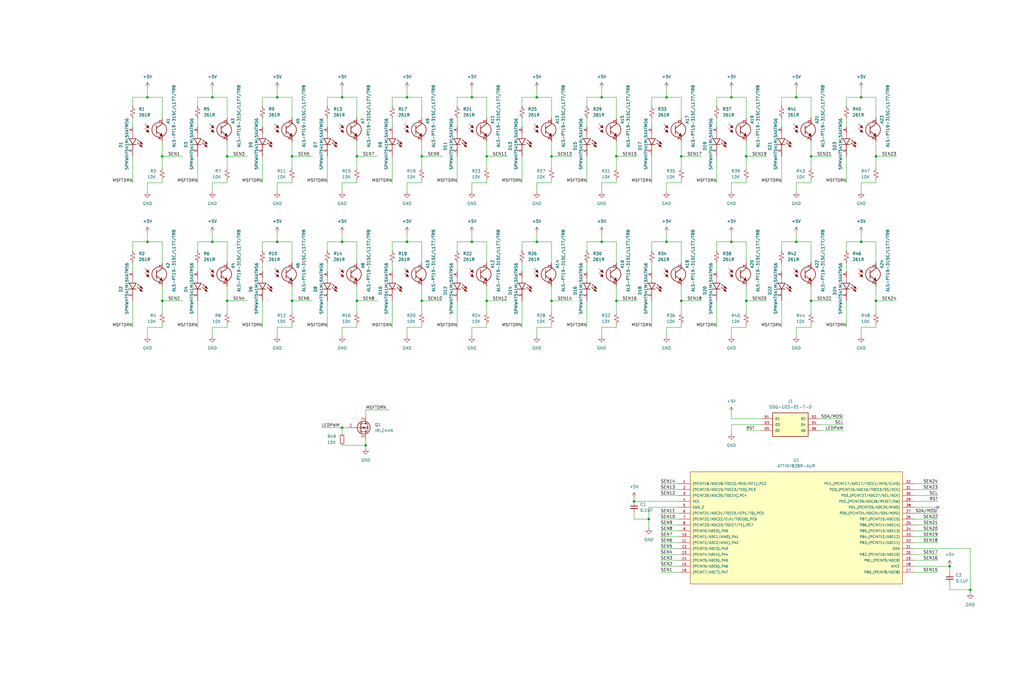
<source format=kicad_sch>
(kicad_sch (version 20211123) (generator eeschema)
  (paper "User" 440.944 294.919)
  (junction (at 181.61 67.31))
  (junction (at 125.73 67.31))
  (junction (at 69.85 129.54))
  (junction (at 175.26 104.14))
  (junction (at 349.25 67.31))
  (junction (at 63.5 41.91))
  (junction (at 91.44 41.91))
  (junction (at 209.55 129.54))
  (junction (at 125.73 129.54))
  (junction (at 175.26 41.91))
  (junction (at 203.2 104.14))
  (junction (at 377.19 129.54))
  (junction (at 265.43 67.31))
  (junction (at 203.2 41.91))
  (junction (at 370.84 104.14))
  (junction (at 273.05 215.9))
  (junction (at 91.44 104.14))
  (junction (at 377.19 67.31))
  (junction (at 119.38 104.14))
  (junction (at 321.31 67.31))
  (junction (at 63.5 104.14))
  (junction (at 293.37 67.31))
  (junction (at 147.32 104.14))
  (junction (at 153.67 129.54))
  (junction (at 147.32 41.91))
  (junction (at 181.61 129.54))
  (junction (at 314.96 104.14))
  (junction (at 314.96 41.91))
  (junction (at 259.08 104.14))
  (junction (at 119.38 41.91))
  (junction (at 237.49 67.31))
  (junction (at 69.85 67.31))
  (junction (at 321.31 129.54))
  (junction (at 342.9 41.91))
  (junction (at 293.37 129.54))
  (junction (at 349.25 129.54))
  (junction (at 157.48 191.77))
  (junction (at 417.83 254))
  (junction (at 408.94 243.84))
  (junction (at 287.02 41.91))
  (junction (at 231.14 104.14))
  (junction (at 287.02 104.14))
  (junction (at 259.08 41.91))
  (junction (at 342.9 104.14))
  (junction (at 279.4 223.52))
  (junction (at 237.49 129.54))
  (junction (at 370.84 41.91))
  (junction (at 97.79 129.54))
  (junction (at 265.43 129.54))
  (junction (at 209.55 67.31))
  (junction (at 147.32 184.15))
  (junction (at 231.14 41.91))
  (junction (at 153.67 67.31))
  (junction (at 97.79 67.31))
  (no_connect (at 403.86 218.44))
  (wire (pts (xy 97.79 50.8) (xy 97.79 41.91)))
  (wire (pts (xy 321.31 139.7) (xy 321.31 140.97)))
  (wire (pts (xy 113.03 50.8) (xy 113.03 54.61)))
  (wire (pts (xy 209.55 60.96) (xy 209.55 67.31)))
  (wire (pts (xy 308.61 67.31) (xy 308.61 78.74)))
  (wire (pts (xy 370.84 100.33) (xy 370.84 104.14)))
  (wire (pts (xy 259.08 38.1) (xy 259.08 41.91)))
  (wire (pts (xy 153.67 41.91) (xy 147.32 41.91)))
  (wire (pts (xy 224.79 41.91) (xy 224.79 45.72)))
  (wire (pts (xy 97.79 140.97) (xy 91.44 140.97)))
  (wire (pts (xy 196.85 113.03) (xy 196.85 116.84)))
  (wire (pts (xy 342.9 41.91) (xy 336.55 41.91)))
  (wire (pts (xy 209.55 139.7) (xy 209.55 140.97)))
  (wire (pts (xy 57.15 129.54) (xy 57.15 140.97)))
  (wire (pts (xy 147.32 104.14) (xy 140.97 104.14)))
  (wire (pts (xy 153.67 50.8) (xy 153.67 41.91)))
  (wire (pts (xy 69.85 50.8) (xy 69.85 41.91)))
  (wire (pts (xy 237.49 67.31) (xy 237.49 72.39)))
  (wire (pts (xy 293.37 67.31) (xy 293.37 72.39)))
  (wire (pts (xy 237.49 67.31) (xy 246.38 67.31)))
  (wire (pts (xy 237.49 41.91) (xy 231.14 41.91)))
  (wire (pts (xy 408.94 254) (xy 417.83 254)))
  (wire (pts (xy 336.55 113.03) (xy 336.55 116.84)))
  (wire (pts (xy 181.61 77.47) (xy 181.61 78.74)))
  (wire (pts (xy 273.05 215.9) (xy 273.05 214.63)))
  (wire (pts (xy 209.55 123.19) (xy 209.55 129.54)))
  (wire (pts (xy 265.43 67.31) (xy 274.32 67.31)))
  (wire (pts (xy 293.37 139.7) (xy 293.37 140.97)))
  (wire (pts (xy 279.4 218.44) (xy 292.1 218.44)))
  (wire (pts (xy 119.38 100.33) (xy 119.38 104.14)))
  (wire (pts (xy 342.9 38.1) (xy 342.9 41.91)))
  (wire (pts (xy 147.32 100.33) (xy 147.32 104.14)))
  (wire (pts (xy 63.5 41.91) (xy 57.15 41.91)))
  (wire (pts (xy 265.43 139.7) (xy 265.43 140.97)))
  (wire (pts (xy 377.19 78.74) (xy 370.84 78.74)))
  (wire (pts (xy 321.31 123.19) (xy 321.31 129.54)))
  (wire (pts (xy 284.48 213.36) (xy 292.1 213.36)))
  (wire (pts (xy 57.15 104.14) (xy 57.15 107.95)))
  (wire (pts (xy 168.91 129.54) (xy 168.91 140.97)))
  (wire (pts (xy 284.48 243.84) (xy 292.1 243.84)))
  (wire (pts (xy 265.43 60.96) (xy 265.43 67.31)))
  (wire (pts (xy 265.43 129.54) (xy 274.32 129.54)))
  (wire (pts (xy 209.55 104.14) (xy 203.2 104.14)))
  (wire (pts (xy 279.4 227.33) (xy 279.4 223.52)))
  (wire (pts (xy 224.79 50.8) (xy 224.79 54.61)))
  (wire (pts (xy 209.55 67.31) (xy 218.44 67.31)))
  (wire (pts (xy 91.44 104.14) (xy 85.09 104.14)))
  (wire (pts (xy 181.61 139.7) (xy 181.61 140.97)))
  (wire (pts (xy 265.43 129.54) (xy 265.43 134.62)))
  (wire (pts (xy 140.97 41.91) (xy 140.97 45.72)))
  (wire (pts (xy 393.7 231.14) (xy 403.86 231.14)))
  (wire (pts (xy 153.67 67.31) (xy 153.67 72.39)))
  (wire (pts (xy 293.37 104.14) (xy 287.02 104.14)))
  (wire (pts (xy 153.67 67.31) (xy 162.56 67.31)))
  (wire (pts (xy 265.43 41.91) (xy 259.08 41.91)))
  (wire (pts (xy 85.09 129.54) (xy 85.09 140.97)))
  (wire (pts (xy 349.25 104.14) (xy 342.9 104.14)))
  (wire (pts (xy 153.67 129.54) (xy 162.56 129.54)))
  (wire (pts (xy 284.48 238.76) (xy 292.1 238.76)))
  (wire (pts (xy 125.73 129.54) (xy 125.73 134.62)))
  (wire (pts (xy 308.61 104.14) (xy 308.61 107.95)))
  (wire (pts (xy 237.49 60.96) (xy 237.49 67.31)))
  (wire (pts (xy 349.25 60.96) (xy 349.25 67.31)))
  (wire (pts (xy 287.02 78.74) (xy 287.02 82.55)))
  (wire (pts (xy 63.5 78.74) (xy 63.5 82.55)))
  (wire (pts (xy 113.03 104.14) (xy 113.03 107.95)))
  (wire (pts (xy 237.49 123.19) (xy 237.49 129.54)))
  (wire (pts (xy 175.26 100.33) (xy 175.26 104.14)))
  (wire (pts (xy 69.85 104.14) (xy 63.5 104.14)))
  (wire (pts (xy 196.85 129.54) (xy 196.85 140.97)))
  (wire (pts (xy 349.25 113.03) (xy 349.25 104.14)))
  (wire (pts (xy 336.55 104.14) (xy 336.55 107.95)))
  (wire (pts (xy 349.25 50.8) (xy 349.25 41.91)))
  (wire (pts (xy 57.15 113.03) (xy 57.15 116.84)))
  (wire (pts (xy 349.25 77.47) (xy 349.25 78.74)))
  (wire (pts (xy 157.48 191.77) (xy 157.48 193.04)))
  (wire (pts (xy 237.49 113.03) (xy 237.49 104.14)))
  (wire (pts (xy 125.73 67.31) (xy 134.62 67.31)))
  (wire (pts (xy 321.31 78.74) (xy 314.96 78.74)))
  (wire (pts (xy 181.61 67.31) (xy 190.5 67.31)))
  (wire (pts (xy 393.7 226.06) (xy 403.86 226.06)))
  (wire (pts (xy 63.5 38.1) (xy 63.5 41.91)))
  (wire (pts (xy 321.31 185.42) (xy 327.66 185.42)))
  (wire (pts (xy 265.43 140.97) (xy 259.08 140.97)))
  (wire (pts (xy 119.38 78.74) (xy 119.38 82.55)))
  (wire (pts (xy 157.48 179.07) (xy 157.48 176.53)))
  (wire (pts (xy 125.73 41.91) (xy 119.38 41.91)))
  (wire (pts (xy 314.96 180.34) (xy 327.66 180.34)))
  (wire (pts (xy 377.19 139.7) (xy 377.19 140.97)))
  (wire (pts (xy 370.84 78.74) (xy 370.84 82.55)))
  (wire (pts (xy 57.15 41.91) (xy 57.15 45.72)))
  (wire (pts (xy 342.9 140.97) (xy 342.9 144.78)))
  (wire (pts (xy 393.7 228.6) (xy 403.86 228.6)))
  (wire (pts (xy 57.15 67.31) (xy 57.15 78.74)))
  (wire (pts (xy 273.05 223.52) (xy 279.4 223.52)))
  (wire (pts (xy 370.84 104.14) (xy 364.49 104.14)))
  (wire (pts (xy 393.7 236.22) (xy 417.83 236.22)))
  (wire (pts (xy 377.19 67.31) (xy 377.19 72.39)))
  (wire (pts (xy 377.19 123.19) (xy 377.19 129.54)))
  (wire (pts (xy 280.67 67.31) (xy 280.67 78.74)))
  (wire (pts (xy 349.25 140.97) (xy 342.9 140.97)))
  (wire (pts (xy 91.44 100.33) (xy 91.44 104.14)))
  (wire (pts (xy 280.67 129.54) (xy 280.67 140.97)))
  (wire (pts (xy 349.25 78.74) (xy 342.9 78.74)))
  (wire (pts (xy 119.38 38.1) (xy 119.38 41.91)))
  (wire (pts (xy 284.48 246.38) (xy 292.1 246.38)))
  (wire (pts (xy 153.67 113.03) (xy 153.67 104.14)))
  (wire (pts (xy 259.08 100.33) (xy 259.08 104.14)))
  (wire (pts (xy 97.79 129.54) (xy 106.68 129.54)))
  (wire (pts (xy 157.48 176.53) (xy 167.64 176.53)))
  (wire (pts (xy 364.49 104.14) (xy 364.49 107.95)))
  (wire (pts (xy 293.37 140.97) (xy 287.02 140.97)))
  (wire (pts (xy 293.37 50.8) (xy 293.37 41.91)))
  (wire (pts (xy 252.73 104.14) (xy 252.73 107.95)))
  (wire (pts (xy 196.85 104.14) (xy 196.85 107.95)))
  (wire (pts (xy 147.32 38.1) (xy 147.32 41.91)))
  (wire (pts (xy 265.43 113.03) (xy 265.43 104.14)))
  (wire (pts (xy 113.03 41.91) (xy 113.03 45.72)))
  (wire (pts (xy 237.49 50.8) (xy 237.49 41.91)))
  (wire (pts (xy 265.43 78.74) (xy 259.08 78.74)))
  (wire (pts (xy 280.67 50.8) (xy 280.67 54.61)))
  (wire (pts (xy 321.31 60.96) (xy 321.31 67.31)))
  (wire (pts (xy 181.61 104.14) (xy 175.26 104.14)))
  (wire (pts (xy 364.49 41.91) (xy 364.49 45.72)))
  (wire (pts (xy 273.05 220.98) (xy 273.05 223.52)))
  (wire (pts (xy 153.67 129.54) (xy 153.67 134.62)))
  (wire (pts (xy 119.38 41.91) (xy 113.03 41.91)))
  (wire (pts (xy 119.38 104.14) (xy 113.03 104.14)))
  (wire (pts (xy 403.86 218.44) (xy 393.7 218.44)))
  (wire (pts (xy 393.7 241.3) (xy 403.86 241.3)))
  (wire (pts (xy 125.73 123.19) (xy 125.73 129.54)))
  (wire (pts (xy 417.83 236.22) (xy 417.83 254)))
  (wire (pts (xy 377.19 140.97) (xy 370.84 140.97)))
  (wire (pts (xy 265.43 104.14) (xy 259.08 104.14)))
  (wire (pts (xy 284.48 236.22) (xy 292.1 236.22)))
  (wire (pts (xy 377.19 67.31) (xy 386.08 67.31)))
  (wire (pts (xy 292.1 215.9) (xy 273.05 215.9)))
  (wire (pts (xy 321.31 50.8) (xy 321.31 41.91)))
  (wire (pts (xy 224.79 129.54) (xy 224.79 140.97)))
  (wire (pts (xy 370.84 38.1) (xy 370.84 41.91)))
  (wire (pts (xy 231.14 38.1) (xy 231.14 41.91)))
  (wire (pts (xy 377.19 77.47) (xy 377.19 78.74)))
  (wire (pts (xy 349.25 129.54) (xy 349.25 134.62)))
  (wire (pts (xy 85.09 50.8) (xy 85.09 54.61)))
  (wire (pts (xy 209.55 77.47) (xy 209.55 78.74)))
  (wire (pts (xy 252.73 41.91) (xy 252.73 45.72)))
  (wire (pts (xy 237.49 77.47) (xy 237.49 78.74)))
  (wire (pts (xy 364.49 113.03) (xy 364.49 116.84)))
  (wire (pts (xy 168.91 50.8) (xy 168.91 54.61)))
  (wire (pts (xy 237.49 78.74) (xy 231.14 78.74)))
  (wire (pts (xy 314.96 182.88) (xy 327.66 182.88)))
  (wire (pts (xy 393.7 243.84) (xy 408.94 243.84)))
  (wire (pts (xy 168.91 41.91) (xy 168.91 45.72)))
  (wire (pts (xy 259.08 41.91) (xy 252.73 41.91)))
  (wire (pts (xy 203.2 100.33) (xy 203.2 104.14)))
  (wire (pts (xy 265.43 77.47) (xy 265.43 78.74)))
  (wire (pts (xy 393.7 215.9) (xy 403.86 215.9)))
  (wire (pts (xy 314.96 41.91) (xy 308.61 41.91)))
  (wire (pts (xy 284.48 231.14) (xy 292.1 231.14)))
  (wire (pts (xy 308.61 113.03) (xy 308.61 116.84)))
  (wire (pts (xy 203.2 104.14) (xy 196.85 104.14)))
  (wire (pts (xy 153.67 77.47) (xy 153.67 78.74)))
  (wire (pts (xy 293.37 129.54) (xy 302.26 129.54)))
  (wire (pts (xy 209.55 129.54) (xy 218.44 129.54)))
  (wire (pts (xy 265.43 123.19) (xy 265.43 129.54)))
  (wire (pts (xy 293.37 77.47) (xy 293.37 78.74)))
  (wire (pts (xy 252.73 50.8) (xy 252.73 54.61)))
  (wire (pts (xy 393.7 238.76) (xy 403.86 238.76)))
  (wire (pts (xy 408.94 251.46) (xy 408.94 254)))
  (wire (pts (xy 279.4 218.44) (xy 279.4 223.52)))
  (wire (pts (xy 265.43 67.31) (xy 265.43 72.39)))
  (wire (pts (xy 259.08 104.14) (xy 252.73 104.14)))
  (wire (pts (xy 287.02 41.91) (xy 280.67 41.91)))
  (wire (pts (xy 314.96 140.97) (xy 314.96 144.78)))
  (wire (pts (xy 321.31 129.54) (xy 330.2 129.54)))
  (wire (pts (xy 196.85 50.8) (xy 196.85 54.61)))
  (wire (pts (xy 349.25 139.7) (xy 349.25 140.97)))
  (wire (pts (xy 209.55 78.74) (xy 203.2 78.74)))
  (wire (pts (xy 125.73 129.54) (xy 134.62 129.54)))
  (wire (pts (xy 168.91 67.31) (xy 168.91 78.74)))
  (wire (pts (xy 364.49 129.54) (xy 364.49 140.97)))
  (wire (pts (xy 284.48 233.68) (xy 292.1 233.68)))
  (wire (pts (xy 125.73 104.14) (xy 119.38 104.14)))
  (wire (pts (xy 231.14 104.14) (xy 224.79 104.14)))
  (wire (pts (xy 175.26 41.91) (xy 168.91 41.91)))
  (wire (pts (xy 97.79 67.31) (xy 106.68 67.31)))
  (wire (pts (xy 69.85 78.74) (xy 63.5 78.74)))
  (wire (pts (xy 314.96 38.1) (xy 314.96 41.91)))
  (wire (pts (xy 377.19 104.14) (xy 370.84 104.14)))
  (wire (pts (xy 393.7 223.52) (xy 403.86 223.52)))
  (wire (pts (xy 63.5 104.14) (xy 57.15 104.14)))
  (wire (pts (xy 224.79 113.03) (xy 224.79 116.84)))
  (wire (pts (xy 284.48 228.6) (xy 292.1 228.6)))
  (wire (pts (xy 321.31 41.91) (xy 314.96 41.91)))
  (wire (pts (xy 113.03 67.31) (xy 113.03 78.74)))
  (wire (pts (xy 321.31 67.31) (xy 321.31 72.39)))
  (wire (pts (xy 147.32 184.15) (xy 147.32 186.69)))
  (wire (pts (xy 287.02 140.97) (xy 287.02 144.78)))
  (wire (pts (xy 231.14 78.74) (xy 231.14 82.55)))
  (wire (pts (xy 69.85 67.31) (xy 69.85 72.39)))
  (wire (pts (xy 377.19 113.03) (xy 377.19 104.14)))
  (wire (pts (xy 377.19 129.54) (xy 377.19 134.62)))
  (wire (pts (xy 203.2 41.91) (xy 196.85 41.91)))
  (wire (pts (xy 69.85 140.97) (xy 63.5 140.97)))
  (wire (pts (xy 181.61 41.91) (xy 175.26 41.91)))
  (wire (pts (xy 293.37 123.19) (xy 293.37 129.54)))
  (wire (pts (xy 259.08 140.97) (xy 259.08 144.78)))
  (wire (pts (xy 336.55 41.91) (xy 336.55 45.72)))
  (wire (pts (xy 97.79 113.03) (xy 97.79 104.14)))
  (wire (pts (xy 181.61 50.8) (xy 181.61 41.91)))
  (wire (pts (xy 175.26 38.1) (xy 175.26 41.91)))
  (wire (pts (xy 349.25 67.31) (xy 349.25 72.39)))
  (wire (pts (xy 69.85 129.54) (xy 69.85 134.62)))
  (wire (pts (xy 353.06 185.42) (xy 363.22 185.42)))
  (wire (pts (xy 349.25 41.91) (xy 342.9 41.91)))
  (wire (pts (xy 69.85 123.19) (xy 69.85 129.54)))
  (wire (pts (xy 119.38 140.97) (xy 119.38 144.78)))
  (wire (pts (xy 181.61 129.54) (xy 190.5 129.54)))
  (wire (pts (xy 252.73 129.54) (xy 252.73 140.97)))
  (wire (pts (xy 231.14 140.97) (xy 231.14 144.78)))
  (wire (pts (xy 97.79 129.54) (xy 97.79 134.62)))
  (wire (pts (xy 69.85 60.96) (xy 69.85 67.31)))
  (wire (pts (xy 308.61 50.8) (xy 308.61 54.61)))
  (wire (pts (xy 321.31 77.47) (xy 321.31 78.74)))
  (wire (pts (xy 224.79 104.14) (xy 224.79 107.95)))
  (wire (pts (xy 349.25 123.19) (xy 349.25 129.54)))
  (wire (pts (xy 153.67 139.7) (xy 153.67 140.97)))
  (wire (pts (xy 308.61 129.54) (xy 308.61 140.97)))
  (wire (pts (xy 349.25 129.54) (xy 358.14 129.54)))
  (wire (pts (xy 209.55 113.03) (xy 209.55 104.14)))
  (wire (pts (xy 209.55 140.97) (xy 203.2 140.97)))
  (wire (pts (xy 393.7 213.36) (xy 403.86 213.36)))
  (wire (pts (xy 85.09 41.91) (xy 85.09 45.72)))
  (wire (pts (xy 147.32 78.74) (xy 147.32 82.55)))
  (wire (pts (xy 85.09 113.03) (xy 85.09 116.84)))
  (wire (pts (xy 393.7 233.68) (xy 403.86 233.68)))
  (wire (pts (xy 97.79 67.31) (xy 97.79 72.39)))
  (wire (pts (xy 97.79 139.7) (xy 97.79 140.97)))
  (wire (pts (xy 252.73 113.03) (xy 252.73 116.84)))
  (wire (pts (xy 237.49 139.7) (xy 237.49 140.97)))
  (wire (pts (xy 284.48 220.98) (xy 292.1 220.98)))
  (wire (pts (xy 153.67 104.14) (xy 147.32 104.14)))
  (wire (pts (xy 370.84 41.91) (xy 364.49 41.91)))
  (wire (pts (xy 97.79 123.19) (xy 97.79 129.54)))
  (wire (pts (xy 63.5 100.33) (xy 63.5 104.14)))
  (wire (pts (xy 140.97 67.31) (xy 140.97 78.74)))
  (wire (pts (xy 97.79 78.74) (xy 91.44 78.74)))
  (wire (pts (xy 85.09 67.31) (xy 85.09 78.74)))
  (wire (pts (xy 147.32 140.97) (xy 147.32 144.78)))
  (wire (pts (xy 203.2 78.74) (xy 203.2 82.55)))
  (wire (pts (xy 168.91 104.14) (xy 168.91 107.95)))
  (wire (pts (xy 97.79 41.91) (xy 91.44 41.91)))
  (wire (pts (xy 314.96 180.34) (xy 314.96 177.8)))
  (wire (pts (xy 393.7 210.82) (xy 403.86 210.82)))
  (wire (pts (xy 97.79 77.47) (xy 97.79 78.74)))
  (wire (pts (xy 314.96 182.88) (xy 314.96 186.69)))
  (wire (pts (xy 57.15 50.8) (xy 57.15 54.61)))
  (wire (pts (xy 393.7 220.98) (xy 403.86 220.98)))
  (wire (pts (xy 284.48 241.3) (xy 292.1 241.3)))
  (wire (pts (xy 203.2 140.97) (xy 203.2 144.78)))
  (wire (pts (xy 364.49 67.31) (xy 364.49 78.74)))
  (wire (pts (xy 85.09 104.14) (xy 85.09 107.95)))
  (wire (pts (xy 209.55 67.31) (xy 209.55 72.39)))
  (wire (pts (xy 287.02 38.1) (xy 287.02 41.91)))
  (wire (pts (xy 377.19 129.54) (xy 386.08 129.54)))
  (wire (pts (xy 237.49 104.14) (xy 231.14 104.14)))
  (wire (pts (xy 231.14 100.33) (xy 231.14 104.14)))
  (wire (pts (xy 125.73 139.7) (xy 125.73 140.97)))
  (wire (pts (xy 209.55 129.54) (xy 209.55 134.62)))
  (wire (pts (xy 181.61 123.19) (xy 181.61 129.54)))
  (wire (pts (xy 342.9 100.33) (xy 342.9 104.14)))
  (wire (pts (xy 417.83 255.27) (xy 417.83 254)))
  (wire (pts (xy 125.73 67.31) (xy 125.73 72.39)))
  (wire (pts (xy 314.96 104.14) (xy 308.61 104.14)))
  (wire (pts (xy 175.26 104.14) (xy 168.91 104.14)))
  (wire (pts (xy 342.9 104.14) (xy 336.55 104.14)))
  (wire (pts (xy 353.06 180.34) (xy 363.22 180.34)))
  (wire (pts (xy 140.97 104.14) (xy 140.97 107.95)))
  (wire (pts (xy 321.31 67.31) (xy 330.2 67.31)))
  (wire (pts (xy 168.91 113.03) (xy 168.91 116.84)))
  (wire (pts (xy 153.67 140.97) (xy 147.32 140.97)))
  (wire (pts (xy 196.85 41.91) (xy 196.85 45.72)))
  (wire (pts (xy 125.73 77.47) (xy 125.73 78.74)))
  (wire (pts (xy 284.48 208.28) (xy 292.1 208.28)))
  (wire (pts (xy 265.43 50.8) (xy 265.43 41.91)))
  (wire (pts (xy 393.7 208.28) (xy 403.86 208.28)))
  (wire (pts (xy 153.67 78.74) (xy 147.32 78.74)))
  (wire (pts (xy 147.32 191.77) (xy 157.48 191.77)))
  (wire (pts (xy 280.67 104.14) (xy 280.67 107.95)))
  (wire (pts (xy 259.08 78.74) (xy 259.08 82.55)))
  (wire (pts (xy 125.73 60.96) (xy 125.73 67.31)))
  (wire (pts (xy 181.61 78.74) (xy 175.26 78.74)))
  (wire (pts (xy 147.32 184.15) (xy 149.86 184.15)))
  (wire (pts (xy 284.48 226.06) (xy 292.1 226.06)))
  (wire (pts (xy 181.61 129.54) (xy 181.61 134.62)))
  (wire (pts (xy 69.85 139.7) (xy 69.85 140.97)))
  (wire (pts (xy 284.48 210.82) (xy 292.1 210.82)))
  (wire (pts (xy 293.37 41.91) (xy 287.02 41.91)))
  (wire (pts (xy 69.85 113.03) (xy 69.85 104.14)))
  (wire (pts (xy 408.94 243.84) (xy 408.94 246.38)))
  (wire (pts (xy 336.55 50.8) (xy 336.55 54.61)))
  (wire (pts (xy 284.48 223.52) (xy 292.1 223.52)))
  (wire (pts (xy 321.31 104.14) (xy 314.96 104.14)))
  (wire (pts (xy 314.96 100.33) (xy 314.96 104.14)))
  (wire (pts (xy 153.67 60.96) (xy 153.67 67.31)))
  (wire (pts (xy 181.61 140.97) (xy 175.26 140.97)))
  (wire (pts (xy 113.03 129.54) (xy 113.03 140.97)))
  (wire (pts (xy 370.84 140.97) (xy 370.84 144.78)))
  (wire (pts (xy 377.19 50.8) (xy 377.19 41.91)))
  (wire (pts (xy 314.96 78.74) (xy 314.96 82.55)))
  (wire (pts (xy 138.43 184.15) (xy 147.32 184.15)))
  (wire (pts (xy 287.02 104.14) (xy 280.67 104.14)))
  (wire (pts (xy 377.19 41.91) (xy 370.84 41.91)))
  (wire (pts (xy 224.79 67.31) (xy 224.79 78.74)))
  (wire (pts (xy 181.61 67.31) (xy 181.61 72.39)))
  (wire (pts (xy 140.97 50.8) (xy 140.97 54.61)))
  (wire (pts (xy 293.37 60.96) (xy 293.37 67.31)))
  (wire (pts (xy 321.31 140.97) (xy 314.96 140.97)))
  (wire (pts (xy 321.31 113.03) (xy 321.31 104.14)))
  (wire (pts (xy 377.19 60.96) (xy 377.19 67.31)))
  (wire (pts (xy 97.79 104.14) (xy 91.44 104.14)))
  (wire (pts (xy 237.49 140.97) (xy 231.14 140.97)))
  (wire (pts (xy 140.97 113.03) (xy 140.97 116.84)))
  (wire (pts (xy 69.85 77.47) (xy 69.85 78.74)))
  (wire (pts (xy 287.02 100.33) (xy 287.02 104.14)))
  (wire (pts (xy 125.73 50.8) (xy 125.73 41.91)))
  (wire (pts (xy 353.06 182.88) (xy 363.22 182.88)))
  (wire (pts (xy 196.85 67.31) (xy 196.85 78.74)))
  (wire (pts (xy 125.73 78.74) (xy 119.38 78.74)))
  (wire (pts (xy 203.2 38.1) (xy 203.2 41.91)))
  (wire (pts (xy 63.5 140.97) (xy 63.5 144.78)))
  (wire (pts (xy 175.26 140.97) (xy 175.26 144.78)))
  (wire (pts (xy 280.67 113.03) (xy 280.67 116.84)))
  (wire (pts (xy 237.49 129.54) (xy 246.38 129.54)))
  (wire (pts (xy 140.97 129.54) (xy 140.97 140.97)))
  (wire (pts (xy 349.25 67.31) (xy 358.14 67.31)))
  (wire (pts (xy 113.03 113.03) (xy 113.03 116.84)))
  (wire (pts (xy 157.48 189.23) (xy 157.48 191.77)))
  (wire (pts (xy 181.61 113.03) (xy 181.61 104.14)))
  (wire (pts (xy 97.79 60.96) (xy 97.79 67.31)))
  (wire (pts (xy 231.14 41.91) (xy 224.79 41.91)))
  (wire (pts (xy 336.55 129.54) (xy 336.55 140.97)))
  (wire (pts (xy 321.31 129.54) (xy 321.31 134.62)))
  (wire (pts (xy 69.85 41.91) (xy 63.5 41.91)))
  (wire (pts (xy 252.73 67.31) (xy 252.73 78.74)))
  (wire (pts (xy 293.37 129.54) (xy 293.37 134.62)))
  (wire (pts (xy 280.67 41.91) (xy 280.67 45.72)))
  (wire (pts (xy 125.73 140.97) (xy 119.38 140.97)))
  (wire (pts (xy 91.44 38.1) (xy 91.44 41.91)))
  (wire (pts (xy 209.55 50.8) (xy 209.55 41.91)))
  (wire (pts (xy 175.26 78.74) (xy 175.26 82.55)))
  (wire (pts (xy 293.37 67.31) (xy 302.26 67.31)))
  (wire (pts (xy 153.67 123.19) (xy 153.67 129.54)))
  (wire (pts (xy 293.37 78.74) (xy 287.02 78.74)))
  (wire (pts (xy 69.85 67.31) (xy 78.74 67.31)))
  (wire (pts (xy 91.44 41.91) (xy 85.09 41.91)))
  (wire (pts (xy 308.61 41.91) (xy 308.61 45.72)))
  (wire (pts (xy 91.44 140.97) (xy 91.44 144.78)))
  (wire (pts (xy 209.55 41.91) (xy 203.2 41.91)))
  (wire (pts (xy 237.49 129.54) (xy 237.49 134.62)))
  (wire (pts (xy 336.55 67.31) (xy 336.55 78.74)))
  (wire (pts (xy 364.49 50.8) (xy 364.49 54.61)))
  (wire (pts (xy 91.44 78.74) (xy 91.44 82.55)))
  (wire (pts (xy 393.7 246.38) (xy 403.86 246.38)))
  (wire (pts (xy 342.9 78.74) (xy 342.9 82.55)))
  (wire (pts (xy 147.32 41.91) (xy 140.97 41.91)))
  (wire (pts (xy 125.73 113.03) (xy 125.73 104.14)))
  (wire (pts (xy 181.61 60.96) (xy 181.61 67.31)))
  (wire (pts (xy 293.37 113.03) (xy 293.37 104.14)))
  (wire (pts (xy 69.85 129.54) (xy 78.74 129.54)))
  (label "SEN20" (at 323.85 129.54 0))
  (label "SEN24" (at 379.73 129.54 0))
  (label "SEN19" (at 403.86 231.14 180))
  (label "SEN16" (at 267.97 129.54 0))
  (label "MSFTDRN" (at 224.79 140.97 180))
  (label "MSFTDRN" (at 85.09 140.97 180))
  (label "SEN16" (at 403.86 241.3 180))
  (label "SEN13" (at 284.48 210.82 0))
  (label "SEN10" (at 284.48 223.52 0))
  (label "SEN9" (at 184.15 67.31 0))
  (label "MSFTDRN" (at 224.79 78.74 180))
  (label "SEN12" (at 284.48 213.36 0))
  (label "SEN4" (at 284.48 238.76 0))
  (label "SEN2" (at 72.39 129.54 0))
  (label "SEN18" (at 295.91 129.54 0))
  (label "SEN14" (at 284.48 208.28 0))
  (label "SEN8" (at 284.48 228.6 0))
  (label "SEN1" (at 284.48 246.38 0))
  (label "SEN4" (at 100.33 129.54 0))
  (label "MSFTDRN" (at 196.85 78.74 180))
  (label "SEN10" (at 184.15 129.54 0))
  (label "SEN7" (at 284.48 231.14 0))
  (label "SEN20" (at 403.86 228.6 180))
  (label "MSFTDRN" (at 57.15 140.97 180))
  (label "SEN5" (at 284.48 236.22 0))
  (label "MSFTDRN" (at 113.03 140.97 180))
  (label "SEN17" (at 403.86 238.76 180))
  (label "RST" (at 403.86 215.9 180))
  (label "SEN22" (at 403.86 223.52 180))
  (label "SEN15" (at 267.97 67.31 0))
  (label "MSFTDRN" (at 364.49 140.97 180))
  (label "SDA{slash}MOSI" (at 363.22 180.34 180))
  (label "SEN19" (at 323.85 67.31 0))
  (label "SEN13" (at 240.03 67.31 0))
  (label "SEN2" (at 284.48 243.84 0))
  (label "RST" (at 321.31 185.42 0))
  (label "SEN12" (at 212.09 129.54 0))
  (label "SEN3" (at 100.33 67.31 0))
  (label "SEN24" (at 403.86 208.28 180))
  (label "MSFTDRN" (at 113.03 78.74 180))
  (label "SEN15" (at 403.86 246.38 180))
  (label "SEN3" (at 284.48 241.3 0))
  (label "MSFTDRN" (at 85.09 78.74 180))
  (label "SDA{slash}MOSI" (at 403.86 220.98 180))
  (label "LEDPWM" (at 138.43 184.15 0))
  (label "MSFTDRN" (at 140.97 78.74 180))
  (label "SEN21" (at 403.86 226.06 180))
  (label "MSFTDRN" (at 308.61 78.74 180))
  (label "MSFTDRN" (at 336.55 78.74 180))
  (label "MSFTDRN" (at 166.37 176.53 180))
  (label "SEN7" (at 156.21 67.31 0))
  (label "MSFTDRN" (at 336.55 140.97 180))
  (label "SEN23" (at 379.73 67.31 0))
  (label "MSFTDRN" (at 252.73 140.97 180))
  (label "MSFTDRN" (at 364.49 78.74 180))
  (label "SEN1" (at 72.39 67.31 0))
  (label "SEN8" (at 156.21 129.54 0))
  (label "SEN6" (at 284.48 233.68 0))
  (label "SCL" (at 363.22 182.88 180))
  (label "SEN11" (at 284.48 220.98 0))
  (label "MSFTDRN" (at 168.91 78.74 180))
  (label "MSFTDRN" (at 280.67 140.97 180))
  (label "SEN5" (at 128.27 67.31 0))
  (label "SEN6" (at 128.27 129.54 0))
  (label "MSFTDRN" (at 168.91 140.97 180))
  (label "MSFTDRN" (at 140.97 140.97 180))
  (label "MSFTDRN" (at 252.73 78.74 180))
  (label "SCL" (at 403.86 213.36 180))
  (label "SEN17" (at 295.91 67.31 0))
  (label "SEN22" (at 351.79 129.54 0))
  (label "SEN18" (at 403.86 233.68 180))
  (label "SEN14" (at 240.03 129.54 0))
  (label "MSFTDRN" (at 196.85 140.97 180))
  (label "LEDPWM" (at 363.22 185.42 180))
  (label "MSFTDRN" (at 280.67 78.74 180))
  (label "SEN9" (at 284.48 226.06 0))
  (label "MSFTDRN" (at 308.61 140.97 180))
  (label "SEN11" (at 212.09 67.31 0))
  (label "MSFTDRN" (at 57.15 78.74 180))
  (label "SEN21" (at 351.79 67.31 0))
  (label "SEN23" (at 403.86 210.82 180))
  (symbol (lib_id "power:+5V") (at 91.44 38.1 0) (unit 1)
    (property "Reference" "#PWR05" (effects hide))
    (property "Value" "+5V" (at 91.44 33.02 0))
  )
  (symbol (lib_id "SPMWHT541ML5XATMS6:SPMWHT541ML5XATMS6") (at 140.97 124.46 270) (unit 1)
    (property "Reference" "D8" (at 135.89 123.19 0) (effects (justify left)))
    (property "Value" "SPMWHT541ML5XATMS6" (at 138.43 113.03 0) (effects (justify left)))
    (property "Footprint" "SPMWHT541ML5XATMS6:LED_SPMWHT541MP5WAPKS4" (effects hide))
    (property "MAXIMUM_PACKAGE_HEIGHT" "0.8mm" (effects hide))
    (property "PARTREV" "8.3" (effects hide))
    (property "MANUFACTURER" "Samsung Semiconductor," (effects hide))
    (property "STANDARD" "Manufacturer Recommendations" (effects hide))
  )
  (symbol (lib_id "Device:R_Small_US") (at 140.97 110.49 0) (unit 1)
    (property "Reference" "R14" (at 143.51 109.2199 0) (effects (justify left)))
    (property "Value" "261R" (at 143.51 111.7599 0) (effects (justify left)))
    (property "Footprint" "Resistor_SMD:R_0805_2012Metric_Pad1.20x1.40mm_HandSolder" (effects hide))
  )
  (symbol (lib_id "ALS-PT19-315C_L177_TR8:ALS-PT19-315C{slash}L177{slash}TR8") (at 374.65 118.11 0) (unit 1)
    (property "Reference" "A24" (at 379.73 115.57 90) (effects (justify left)))
    (property "Value" "ALS-PT19-315C/L177/TR8" (at 382.27 125.73 90) (effects (justify left)))
    (property "Footprint" "ALS-PT19-315C_L177_TR8:XDCR_ALS-PT19-315C_L177_TR8" (effects hide))
    (property "MAXIMUM_PACKAGE_HEIGHT" "0.7 mm" (effects hide))
    (property "STANDARD" "Manufacturer Recommendations" (effects hide))
    (property "PARTREV" "5" (effects hide))
    (property "MANUFACTURER" "Everlight" (effects hide))
  )
  (symbol (lib_id "power:GND") (at 63.5 82.55 0) (unit 1)
    (property "Reference" "#PWR02" (effects hide))
    (property "Value" "GND" (at 63.5 87.63 0))
  )
  (symbol (lib_id "Device:R_Small_US") (at 57.15 48.26 0) (unit 1)
    (property "Reference" "R1" (at 59.69 46.9899 0) (effects (justify left)))
    (property "Value" "261R" (at 59.69 49.5299 0) (effects (justify left)))
    (property "Footprint" "Resistor_SMD:R_0805_2012Metric_Pad1.20x1.40mm_HandSolder" (effects hide))
  )
  (symbol (lib_id "Device:R_Small_US") (at 321.31 137.16 0) (mirror x) (unit 1)
    (property "Reference" "R40" (at 318.77 135.8899 0) (effects (justify right)))
    (property "Value" "10K" (at 318.77 138.4299 0) (effects (justify right)))
    (property "Footprint" "Resistor_SMD:R_0805_2012Metric_Pad1.20x1.40mm_HandSolder" (effects hide))
  )
  (symbol (lib_id "Device:R_Small_US") (at 209.55 137.16 0) (mirror x) (unit 1)
    (property "Reference" "R24" (at 207.01 135.8899 0) (effects (justify right)))
    (property "Value" "10K" (at 207.01 138.4299 0) (effects (justify right)))
    (property "Footprint" "Resistor_SMD:R_0805_2012Metric_Pad1.20x1.40mm_HandSolder" (effects hide))
  )
  (symbol (lib_id "Device:R_Small_US") (at 280.67 48.26 0) (unit 1)
    (property "Reference" "R33" (at 283.21 46.9899 0) (effects (justify left)))
    (property "Value" "261R" (at 283.21 49.5299 0) (effects (justify left)))
    (property "Footprint" "Resistor_SMD:R_0805_2012Metric_Pad1.20x1.40mm_HandSolder" (effects hide))
  )
  (symbol (lib_id "power:GND") (at 342.9 82.55 0) (unit 1)
    (property "Reference" "#PWR046" (effects hide))
    (property "Value" "GND" (at 342.9 87.63 0))
  )
  (symbol (lib_id "Device:R_Small_US") (at 196.85 110.49 0) (unit 1)
    (property "Reference" "R22" (at 199.39 109.2199 0) (effects (justify left)))
    (property "Value" "261R" (at 199.39 111.7599 0) (effects (justify left)))
    (property "Footprint" "Resistor_SMD:R_0805_2012Metric_Pad1.20x1.40mm_HandSolder" (effects hide))
  )
  (symbol (lib_id "power:+5V") (at 259.08 38.1 0) (unit 1)
    (property "Reference" "#PWR029" (effects hide))
    (property "Value" "+5V" (at 259.08 33.02 0))
  )
  (symbol (lib_id "Transistor_FET:IRLZ44N") (at 154.94 184.15 0) (unit 1)
    (property "Reference" "Q1" (at 161.29 182.8799 0) (effects (justify left)))
    (property "Value" "IRLZ44N" (at 161.29 185.4199 0) (effects (justify left)))
    (property "Footprint" "Package_TO_SOT_THT:TO-220-3_Vertical" (effects hide))
    (property "Datasheet" "http://www.irf.com/product-info/datasheets/data/irlz44n.pdf" (effects hide))
  )
  (symbol (lib_id "Device:R_Small_US") (at 237.49 74.93 0) (mirror x) (unit 1)
    (property "Reference" "R27" (at 234.95 73.6599 0) (effects (justify right)))
    (property "Value" "10K" (at 234.95 76.1999 0) (effects (justify right)))
    (property "Footprint" "Resistor_SMD:R_0805_2012Metric_Pad1.20x1.40mm_HandSolder" (effects hide))
  )
  (symbol (lib_id "power:GND") (at 279.4 227.33 0) (unit 1)
    (property "Reference" "#PWR038" (effects hide))
    (property "Value" "GND" (at 279.4 232.41 0))
  )
  (symbol (lib_id "power:GND") (at 119.38 82.55 0) (unit 1)
    (property "Reference" "#PWR010" (effects hide))
    (property "Value" "GND" (at 119.38 87.63 0))
  )
  (symbol (lib_id "SPMWHT541ML5XATMS6:SPMWHT541ML5XATMS6") (at 57.15 62.23 270) (unit 1)
    (property "Reference" "D1" (at 52.07 60.96 0) (effects (justify left)))
    (property "Value" "SPMWHT541ML5XATMS6" (at 54.61 50.8 0) (effects (justify left)))
    (property "Footprint" "SPMWHT541ML5XATMS6:LED_SPMWHT541MP5WAPKS4" (effects hide))
    (property "MAXIMUM_PACKAGE_HEIGHT" "0.8mm" (effects hide))
    (property "PARTREV" "8.3" (effects hide))
    (property "MANUFACTURER" "Samsung Semiconductor," (effects hide))
    (property "STANDARD" "Manufacturer Recommendations" (effects hide))
  )
  (symbol (lib_id "Device:R_Small_US") (at 308.61 110.49 0) (unit 1)
    (property "Reference" "R38" (at 311.15 109.2199 0) (effects (justify left)))
    (property "Value" "261R" (at 311.15 111.7599 0) (effects (justify left)))
    (property "Footprint" "Resistor_SMD:R_0805_2012Metric_Pad1.20x1.40mm_HandSolder" (effects hide))
  )
  (symbol (lib_id "power:+5V") (at 175.26 100.33 0) (unit 1)
    (property "Reference" "#PWR019" (effects hide))
    (property "Value" "+5V" (at 175.26 95.25 0))
  )
  (symbol (lib_id "Device:R_Small_US") (at 125.73 74.93 0) (mirror x) (unit 1)
    (property "Reference" "R11" (at 123.19 73.6599 0) (effects (justify right)))
    (property "Value" "10K" (at 123.19 76.1999 0) (effects (justify right)))
    (property "Footprint" "Resistor_SMD:R_0805_2012Metric_Pad1.20x1.40mm_HandSolder" (effects hide))
  )
  (symbol (lib_id "power:GND") (at 314.96 144.78 0) (unit 1)
    (property "Reference" "#PWR042" (effects hide))
    (property "Value" "GND" (at 314.96 149.86 0))
  )
  (symbol (lib_id "Device:R_Small_US") (at 125.73 137.16 0) (mirror x) (unit 1)
    (property "Reference" "R12" (at 123.19 135.8899 0) (effects (justify right)))
    (property "Value" "10K" (at 123.19 138.4299 0) (effects (justify right)))
    (property "Footprint" "Resistor_SMD:R_0805_2012Metric_Pad1.20x1.40mm_HandSolder" (effects hide))
  )
  (symbol (lib_id "power:GND") (at 231.14 144.78 0) (unit 1)
    (property "Reference" "#PWR028" (effects hide))
    (property "Value" "GND" (at 231.14 149.86 0))
  )
  (symbol (lib_id "ALS-PT19-315C_L177_TR8:ALS-PT19-315C{slash}L177{slash}TR8") (at 290.83 118.11 0) (unit 1)
    (property "Reference" "A18" (at 295.91 115.57 90) (effects (justify left)))
    (property "Value" "ALS-PT19-315C/L177/TR8" (at 298.45 125.73 90) (effects (justify left)))
    (property "Footprint" "ALS-PT19-315C_L177_TR8:XDCR_ALS-PT19-315C_L177_TR8" (effects hide))
    (property "MAXIMUM_PACKAGE_HEIGHT" "0.7 mm" (effects hide))
    (property "STANDARD" "Manufacturer Recommendations" (effects hide))
    (property "PARTREV" "5" (effects hide))
    (property "MANUFACTURER" "Everlight" (effects hide))
  )
  (symbol (lib_id "ALS-PT19-315C_L177_TR8:ALS-PT19-315C{slash}L177{slash}TR8") (at 318.77 118.11 0) (unit 1)
    (property "Reference" "A20" (at 323.85 115.57 90) (effects (justify left)))
    (property "Value" "ALS-PT19-315C/L177/TR8" (at 326.39 125.73 90) (effects (justify left)))
    (property "Footprint" "ALS-PT19-315C_L177_TR8:XDCR_ALS-PT19-315C_L177_TR8" (effects hide))
    (property "MAXIMUM_PACKAGE_HEIGHT" "0.7 mm" (effects hide))
    (property "STANDARD" "Manufacturer Recommendations" (effects hide))
    (property "PARTREV" "5" (effects hide))
    (property "MANUFACTURER" "Everlight" (effects hide))
  )
  (symbol (lib_id "SPMWHT541ML5XATMS6:SPMWHT541ML5XATMS6") (at 168.91 62.23 270) (unit 1)
    (property "Reference" "D9" (at 163.83 60.96 0) (effects (justify left)))
    (property "Value" "SPMWHT541ML5XATMS6" (at 166.37 50.8 0) (effects (justify left)))
    (property "Footprint" "SPMWHT541ML5XATMS6:LED_SPMWHT541MP5WAPKS4" (effects hide))
    (property "MAXIMUM_PACKAGE_HEIGHT" "0.8mm" (effects hide))
    (property "PARTREV" "8.3" (effects hide))
    (property "MANUFACTURER" "Samsung Semiconductor," (effects hide))
    (property "STANDARD" "Manufacturer Recommendations" (effects hide))
  )
  (symbol (lib_id "power:GND") (at 147.32 144.78 0) (unit 1)
    (property "Reference" "#PWR016" (effects hide))
    (property "Value" "GND" (at 147.32 149.86 0))
  )
  (symbol (lib_id "SPMWHT541ML5XATMS6:SPMWHT541ML5XATMS6") (at 364.49 62.23 270) (unit 1)
    (property "Reference" "D23" (at 359.41 60.96 0) (effects (justify left)))
    (property "Value" "SPMWHT541ML5XATMS6" (at 361.95 50.8 0) (effects (justify left)))
    (property "Footprint" "SPMWHT541ML5XATMS6:LED_SPMWHT541MP5WAPKS4" (effects hide))
    (property "MAXIMUM_PACKAGE_HEIGHT" "0.8mm" (effects hide))
    (property "PARTREV" "8.3" (effects hide))
    (property "MANUFACTURER" "Samsung Semiconductor," (effects hide))
    (property "STANDARD" "Manufacturer Recommendations" (effects hide))
  )
  (symbol (lib_id "Device:R_Small_US") (at 265.43 74.93 0) (mirror x) (unit 1)
    (property "Reference" "R31" (at 262.89 73.6599 0) (effects (justify right)))
    (property "Value" "10K" (at 262.89 76.1999 0) (effects (justify right)))
    (property "Footprint" "Resistor_SMD:R_0805_2012Metric_Pad1.20x1.40mm_HandSolder" (effects hide))
  )
  (symbol (lib_id "Device:R_Small_US") (at 113.03 110.49 0) (unit 1)
    (property "Reference" "R10" (at 115.57 109.2199 0) (effects (justify left)))
    (property "Value" "261R" (at 115.57 111.7599 0) (effects (justify left)))
    (property "Footprint" "Resistor_SMD:R_0805_2012Metric_Pad1.20x1.40mm_HandSolder" (effects hide))
  )
  (symbol (lib_id "ALS-PT19-315C_L177_TR8:ALS-PT19-315C{slash}L177{slash}TR8") (at 234.95 118.11 0) (unit 1)
    (property "Reference" "A14" (at 240.03 115.57 90) (effects (justify left)))
    (property "Value" "ALS-PT19-315C/L177/TR8" (at 242.57 125.73 90) (effects (justify left)))
    (property "Footprint" "ALS-PT19-315C_L177_TR8:XDCR_ALS-PT19-315C_L177_TR8" (effects hide))
    (property "MAXIMUM_PACKAGE_HEIGHT" "0.7 mm" (effects hide))
    (property "STANDARD" "Manufacturer Recommendations" (effects hide))
    (property "PARTREV" "5" (effects hide))
    (property "MANUFACTURER" "Everlight" (effects hide))
  )
  (symbol (lib_id "Device:R_Small_US") (at 364.49 110.49 0) (unit 1)
    (property "Reference" "R46" (at 367.03 109.2199 0) (effects (justify left)))
    (property "Value" "261R" (at 367.03 111.7599 0) (effects (justify left)))
    (property "Footprint" "Resistor_SMD:R_0805_2012Metric_Pad1.20x1.40mm_HandSolder" (effects hide))
  )
  (symbol (lib_id "ALS-PT19-315C_L177_TR8:ALS-PT19-315C{slash}L177{slash}TR8") (at 262.89 118.11 0) (unit 1)
    (property "Reference" "A16" (at 267.97 115.57 90) (effects (justify left)))
    (property "Value" "ALS-PT19-315C/L177/TR8" (at 270.51 125.73 90) (effects (justify left)))
    (property "Footprint" "ALS-PT19-315C_L177_TR8:XDCR_ALS-PT19-315C_L177_TR8" (effects hide))
    (property "MAXIMUM_PACKAGE_HEIGHT" "0.7 mm" (effects hide))
    (property "STANDARD" "Manufacturer Recommendations" (effects hide))
    (property "PARTREV" "5" (effects hide))
    (property "MANUFACTURER" "Everlight" (effects hide))
  )
  (symbol (lib_id "Device:R_Small_US") (at 336.55 110.49 0) (unit 1)
    (property "Reference" "R42" (at 339.09 109.2199 0) (effects (justify left)))
    (property "Value" "261R" (at 339.09 111.7599 0) (effects (justify left)))
    (property "Footprint" "Resistor_SMD:R_0805_2012Metric_Pad1.20x1.40mm_HandSolder" (effects hide))
  )
  (symbol (lib_id "SPMWHT541ML5XATMS6:SPMWHT541ML5XATMS6") (at 113.03 124.46 270) (unit 1)
    (property "Reference" "D6" (at 107.95 123.19 0) (effects (justify left)))
    (property "Value" "SPMWHT541ML5XATMS6" (at 110.49 113.03 0) (effects (justify left)))
    (property "Footprint" "SPMWHT541ML5XATMS6:LED_SPMWHT541MP5WAPKS4" (effects hide))
    (property "MAXIMUM_PACKAGE_HEIGHT" "0.8mm" (effects hide))
    (property "PARTREV" "8.3" (effects hide))
    (property "MANUFACTURER" "Samsung Semiconductor," (effects hide))
    (property "STANDARD" "Manufacturer Recommendations" (effects hide))
  )
  (symbol (lib_id "power:+5V") (at 370.84 38.1 0) (unit 1)
    (property "Reference" "#PWR049" (effects hide))
    (property "Value" "+5V" (at 370.84 33.02 0))
  )
  (symbol (lib_id "SPMWHT541ML5XATMS6:SPMWHT541ML5XATMS6") (at 336.55 124.46 270) (unit 1)
    (property "Reference" "D22" (at 331.47 123.19 0) (effects (justify left)))
    (property "Value" "SPMWHT541ML5XATMS6" (at 334.01 113.03 0) (effects (justify left)))
    (property "Footprint" "SPMWHT541ML5XATMS6:LED_SPMWHT541MP5WAPKS4" (effects hide))
    (property "MAXIMUM_PACKAGE_HEIGHT" "0.8mm" (effects hide))
    (property "PARTREV" "8.3" (effects hide))
    (property "MANUFACTURER" "Samsung Semiconductor," (effects hide))
    (property "STANDARD" "Manufacturer Recommendations" (effects hide))
  )
  (symbol (lib_id "power:+5V") (at 287.02 38.1 0) (unit 1)
    (property "Reference" "#PWR034" (effects hide))
    (property "Value" "+5V" (at 287.02 33.02 0))
  )
  (symbol (lib_id "power:+5V") (at 119.38 100.33 0) (unit 1)
    (property "Reference" "#PWR011" (effects hide))
    (property "Value" "+5V" (at 119.38 95.25 0))
  )
  (symbol (lib_id "power:GND") (at 91.44 82.55 0) (unit 1)
    (property "Reference" "#PWR06" (effects hide))
    (property "Value" "GND" (at 91.44 87.63 0))
  )
  (symbol (lib_id "SPMWHT541ML5XATMS6:SPMWHT541ML5XATMS6") (at 224.79 124.46 270) (unit 1)
    (property "Reference" "D14" (at 219.71 123.19 0) (effects (justify left)))
    (property "Value" "SPMWHT541ML5XATMS6" (at 222.25 113.03 0) (effects (justify left)))
    (property "Footprint" "SPMWHT541ML5XATMS6:LED_SPMWHT541MP5WAPKS4" (effects hide))
    (property "MAXIMUM_PACKAGE_HEIGHT" "0.8mm" (effects hide))
    (property "PARTREV" "8.3" (effects hide))
    (property "MANUFACTURER" "Samsung Semiconductor," (effects hide))
    (property "STANDARD" "Manufacturer Recommendations" (effects hide))
  )
  (symbol (lib_id "power:GND") (at 314.96 82.55 0) (unit 1)
    (property "Reference" "#PWR040" (effects hide))
    (property "Value" "GND" (at 314.96 87.63 0))
  )
  (symbol (lib_id "ALS-PT19-315C_L177_TR8:ALS-PT19-315C{slash}L177{slash}TR8") (at 151.13 118.11 0) (unit 1)
    (property "Reference" "A8" (at 156.21 115.57 90) (effects (justify left)))
    (property "Value" "ALS-PT19-315C/L177/TR8" (at 158.75 125.73 90) (effects (justify left)))
    (property "Footprint" "ALS-PT19-315C_L177_TR8:XDCR_ALS-PT19-315C_L177_TR8" (effects hide))
    (property "MAXIMUM_PACKAGE_HEIGHT" "0.7 mm" (effects hide))
    (property "STANDARD" "Manufacturer Recommendations" (effects hide))
    (property "PARTREV" "5" (effects hide))
    (property "MANUFACTURER" "Everlight" (effects hide))
  )
  (symbol (lib_id "Device:R_Small_US") (at 293.37 137.16 0) (mirror x) (unit 1)
    (property "Reference" "R36" (at 290.83 135.8899 0) (effects (justify right)))
    (property "Value" "10K" (at 290.83 138.4299 0) (effects (justify right)))
    (property "Footprint" "Resistor_SMD:R_0805_2012Metric_Pad1.20x1.40mm_HandSolder" (effects hide))
  )
  (symbol (lib_id "ALS-PT19-315C_L177_TR8:ALS-PT19-315C{slash}L177{slash}TR8") (at 95.25 55.88 0) (unit 1)
    (property "Reference" "A3" (at 100.33 53.34 90) (effects (justify left)))
    (property "Value" "ALS-PT19-315C/L177/TR8" (at 102.87 63.5 90) (effects (justify left)))
    (property "Footprint" "ALS-PT19-315C_L177_TR8:XDCR_ALS-PT19-315C_L177_TR8" (effects hide))
    (property "MAXIMUM_PACKAGE_HEIGHT" "0.7 mm" (effects hide))
    (property "STANDARD" "Manufacturer Recommendations" (effects hide))
    (property "PARTREV" "5" (effects hide))
    (property "MANUFACTURER" "Everlight" (effects hide))
  )
  (symbol (lib_id "power:+5V") (at 147.32 38.1 0) (unit 1)
    (property "Reference" "#PWR013" (effects hide))
    (property "Value" "+5V" (at 147.32 33.02 0))
  )
  (symbol (lib_id "Device:R_Small_US") (at 308.61 48.26 0) (unit 1)
    (property "Reference" "R37" (at 311.15 46.9899 0) (effects (justify left)))
    (property "Value" "261R" (at 311.15 49.5299 0) (effects (justify left)))
    (property "Footprint" "Resistor_SMD:R_0805_2012Metric_Pad1.20x1.40mm_HandSolder" (effects hide))
  )
  (symbol (lib_id "Device:R_Small_US") (at 168.91 110.49 0) (unit 1)
    (property "Reference" "R18" (at 171.45 109.2199 0) (effects (justify left)))
    (property "Value" "261R" (at 171.45 111.7599 0) (effects (justify left)))
    (property "Footprint" "Resistor_SMD:R_0805_2012Metric_Pad1.20x1.40mm_HandSolder" (effects hide))
  )
  (symbol (lib_id "Device:R_Small_US") (at 196.85 48.26 0) (unit 1)
    (property "Reference" "R21" (at 199.39 46.9899 0) (effects (justify left)))
    (property "Value" "261R" (at 199.39 49.5299 0) (effects (justify left)))
    (property "Footprint" "Resistor_SMD:R_0805_2012Metric_Pad1.20x1.40mm_HandSolder" (effects hide))
  )
  (symbol (lib_id "Device:R_Small_US") (at 252.73 48.26 0) (unit 1)
    (property "Reference" "R29" (at 255.27 46.9899 0) (effects (justify left)))
    (property "Value" "261R" (at 255.27 49.5299 0) (effects (justify left)))
    (property "Footprint" "Resistor_SMD:R_0805_2012Metric_Pad1.20x1.40mm_HandSolder" (effects hide))
  )
  (symbol (lib_id "Device:R_Small_US") (at 69.85 74.93 0) (mirror x) (unit 1)
    (property "Reference" "R3" (at 67.31 73.6599 0) (effects (justify right)))
    (property "Value" "10K" (at 67.31 76.1999 0) (effects (justify right)))
    (property "Footprint" "Resistor_SMD:R_0805_2012Metric_Pad1.20x1.40mm_HandSolder" (effects hide))
  )
  (symbol (lib_id "Device:R_Small_US") (at 181.61 137.16 0) (mirror x) (unit 1)
    (property "Reference" "R20" (at 179.07 135.8899 0) (effects (justify right)))
    (property "Value" "10K" (at 179.07 138.4299 0) (effects (justify right)))
    (property "Footprint" "Resistor_SMD:R_0805_2012Metric_Pad1.20x1.40mm_HandSolder" (effects hide))
  )
  (symbol (lib_id "Device:R_Small_US") (at 349.25 137.16 0) (mirror x) (unit 1)
    (property "Reference" "R44" (at 346.71 135.8899 0) (effects (justify right)))
    (property "Value" "10K" (at 346.71 138.4299 0) (effects (justify right)))
    (property "Footprint" "Resistor_SMD:R_0805_2012Metric_Pad1.20x1.40mm_HandSolder" (effects hide))
  )
  (symbol (lib_id "power:GND") (at 157.48 193.04 0) (unit 1)
    (property "Reference" "#PWR0101" (effects hide))
    (property "Value" "GND" (at 157.48 198.12 0))
  )
  (symbol (lib_id "power:+5V") (at 273.05 214.63 0) (unit 1)
    (property "Reference" "#PWR033" (effects hide))
    (property "Value" "+5V" (at 273.05 209.55 0))
  )
  (symbol (lib_id "ALS-PT19-315C_L177_TR8:ALS-PT19-315C{slash}L177{slash}TR8") (at 151.13 55.88 0) (unit 1)
    (property "Reference" "A7" (at 156.21 53.34 90) (effects (justify left)))
    (property "Value" "ALS-PT19-315C/L177/TR8" (at 158.75 63.5 90) (effects (justify left)))
    (property "Footprint" "ALS-PT19-315C_L177_TR8:XDCR_ALS-PT19-315C_L177_TR8" (effects hide))
    (property "MAXIMUM_PACKAGE_HEIGHT" "0.7 mm" (effects hide))
    (property "STANDARD" "Manufacturer Recommendations" (effects hide))
    (property "PARTREV" "5" (effects hide))
    (property "MANUFACTURER" "Everlight" (effects hide))
  )
  (symbol (lib_id "Device:R_Small_US") (at 377.19 74.93 0) (mirror x) (unit 1)
    (property "Reference" "R47" (at 374.65 73.6599 0) (effects (justify right)))
    (property "Value" "10K" (at 374.65 76.1999 0) (effects (justify right)))
    (property "Footprint" "Resistor_SMD:R_0805_2012Metric_Pad1.20x1.40mm_HandSolder" (effects hide))
  )
  (symbol (lib_id "SPMWHT541ML5XATMS6:SPMWHT541ML5XATMS6") (at 168.91 124.46 270) (unit 1)
    (property "Reference" "D10" (at 163.83 123.19 0) (effects (justify left)))
    (property "Value" "SPMWHT541ML5XATMS6" (at 166.37 113.03 0) (effects (justify left)))
    (property "Footprint" "SPMWHT541ML5XATMS6:LED_SPMWHT541MP5WAPKS4" (effects hide))
    (property "MAXIMUM_PACKAGE_HEIGHT" "0.8mm" (effects hide))
    (property "PARTREV" "8.3" (effects hide))
    (property "MANUFACTURER" "Samsung Semiconductor," (effects hide))
    (property "STANDARD" "Manufacturer Recommendations" (effects hide))
  )
  (symbol (lib_id "Device:R_Small_US") (at 321.31 74.93 0) (mirror x) (unit 1)
    (property "Reference" "R39" (at 318.77 73.6599 0) (effects (justify right)))
    (property "Value" "10K" (at 318.77 76.1999 0) (effects (justify right)))
    (property "Footprint" "Resistor_SMD:R_0805_2012Metric_Pad1.20x1.40mm_HandSolder" (effects hide))
  )
  (symbol (lib_id "Device:R_Small_US") (at 57.15 110.49 0) (unit 1)
    (property "Reference" "R2" (at 59.69 109.2199 0) (effects (justify left)))
    (property "Value" "261R" (at 59.69 111.7599 0) (effects (justify left)))
    (property "Footprint" "Resistor_SMD:R_0805_2012Metric_Pad1.20x1.40mm_HandSolder" (effects hide))
  )
  (symbol (lib_id "Device:R_Small_US") (at 280.67 110.49 0) (unit 1)
    (property "Reference" "R34" (at 283.21 109.2199 0) (effects (justify left)))
    (property "Value" "261R" (at 283.21 111.7599 0) (effects (justify left)))
    (property "Footprint" "Resistor_SMD:R_0805_2012Metric_Pad1.20x1.40mm_HandSolder" (effects hide))
  )
  (symbol (lib_id "power:GND") (at 342.9 144.78 0) (unit 1)
    (property "Reference" "#PWR048" (effects hide))
    (property "Value" "GND" (at 342.9 149.86 0))
  )
  (symbol (lib_id "ALS-PT19-315C_L177_TR8:ALS-PT19-315C{slash}L177{slash}TR8") (at 179.07 55.88 0) (unit 1)
    (property "Reference" "A9" (at 184.15 53.34 90) (effects (justify left)))
    (property "Value" "ALS-PT19-315C/L177/TR8" (at 186.69 63.5 90) (effects (justify left)))
    (property "Footprint" "ALS-PT19-315C_L177_TR8:XDCR_ALS-PT19-315C_L177_TR8" (effects hide))
    (property "MAXIMUM_PACKAGE_HEIGHT" "0.7 mm" (effects hide))
    (property "STANDARD" "Manufacturer Recommendations" (effects hide))
    (property "PARTREV" "5" (effects hide))
    (property "MANUFACTURER" "Everlight" (effects hide))
  )
  (symbol (lib_id "Device:R_Small_US") (at 168.91 48.26 0) (unit 1)
    (property "Reference" "R17" (at 171.45 46.9899 0) (effects (justify left)))
    (property "Value" "261R" (at 171.45 49.5299 0) (effects (justify left)))
    (property "Footprint" "Resistor_SMD:R_0805_2012Metric_Pad1.20x1.40mm_HandSolder" (effects hide))
  )
  (symbol (lib_id "power:+5V") (at 175.26 38.1 0) (unit 1)
    (property "Reference" "#PWR017" (effects hide))
    (property "Value" "+5V" (at 175.26 33.02 0))
  )
  (symbol (lib_id "Device:C_Small") (at 408.94 248.92 0) (unit 1)
    (property "Reference" "C2" (at 411.48 247.6562 0) (effects (justify left)))
    (property "Value" "0.1UF" (at 411.48 250.19 0) (effects (justify left)))
    (property "Footprint" "Capacitor_SMD:C_0805_2012Metric_Pad1.18x1.45mm_HandSolder" (effects hide))
  )
  (symbol (lib_id "ALS-PT19-315C_L177_TR8:ALS-PT19-315C{slash}L177{slash}TR8") (at 234.95 55.88 0) (unit 1)
    (property "Reference" "A13" (at 240.03 53.34 90) (effects (justify left)))
    (property "Value" "ALS-PT19-315C/L177/TR8" (at 242.57 63.5 90) (effects (justify left)))
    (property "Footprint" "ALS-PT19-315C_L177_TR8:XDCR_ALS-PT19-315C_L177_TR8" (effects hide))
    (property "MAXIMUM_PACKAGE_HEIGHT" "0.7 mm" (effects hide))
    (property "STANDARD" "Manufacturer Recommendations" (effects hide))
    (property "PARTREV" "5" (effects hide))
    (property "MANUFACTURER" "Everlight" (effects hide))
  )
  (symbol (lib_id "ATTINY828R-AUR:ATTINY828R-AUR") (at 289.56 208.28 0) (unit 1)
    (property "Reference" "U1" (at 342.9 198.12 0))
    (property "Value" "ATTINY828R-AUR" (at 342.9 200.66 0))
    (property "Footprint" "ATTINY828R-AUR:TQFP32_9X9_MCH" (effects hide))
    (property "VENDOR" "Microchip" (effects hide))
    (property "MANUFACTURER" "Microchip" (effects hide))
    (property "BUILT_BY" "EMA_Molly" (effects hide))
    (property "DATASHEET_URL" "http://ww1.microchip.com/downloads/en/DeviceDoc/doc8371.pdf" (effects hide))
    (property "SOURCELIBRARY" "Microchip_2019-08-23_25" (effects hide))
    (property "THERMA_PART_NUMBER" "300-1005-00" (effects hide))
    (property "MANUFACTURER_PART_NUMBER" "ATTINY828R-AUR" (effects hide))
    (property "COPYRIGHT" "Copyright (C) 2018 Accelerated Designs. All rights reserved" (effects hide))
  )
  (symbol (lib_id "ALS-PT19-315C_L177_TR8:ALS-PT19-315C{slash}L177{slash}TR8") (at 67.31 118.11 0) (unit 1)
    (property "Reference" "A2" (at 72.39 115.57 90) (effects (justify left)))
    (property "Value" "ALS-PT19-315C/L177/TR8" (at 74.93 125.73 90) (effects (justify left)))
    (property "Footprint" "ALS-PT19-315C_L177_TR8:XDCR_ALS-PT19-315C_L177_TR8" (effects hide))
    (property "MAXIMUM_PACKAGE_HEIGHT" "0.7 mm" (effects hide))
    (property "STANDARD" "Manufacturer Recommendations" (effects hide))
    (property "PARTREV" "5" (effects hide))
    (property "MANUFACTURER" "Everlight" (effects hide))
  )
  (symbol (lib_id "Device:R_Small_US") (at 181.61 74.93 0) (mirror x) (unit 1)
    (property "Reference" "R19" (at 179.07 73.6599 0) (effects (justify right)))
    (property "Value" "10K" (at 179.07 76.1999 0) (effects (justify right)))
    (property "Footprint" "Resistor_SMD:R_0805_2012Metric_Pad1.20x1.40mm_HandSolder" (effects hide))
  )
  (symbol (lib_id "ALS-PT19-315C_L177_TR8:ALS-PT19-315C{slash}L177{slash}TR8") (at 123.19 118.11 0) (unit 1)
    (property "Reference" "A6" (at 128.27 115.57 90) (effects (justify left)))
    (property "Value" "ALS-PT19-315C/L177/TR8" (at 130.81 125.73 90) (effects (justify left)))
    (property "Footprint" "ALS-PT19-315C_L177_TR8:XDCR_ALS-PT19-315C_L177_TR8" (effects hide))
    (property "MAXIMUM_PACKAGE_HEIGHT" "0.7 mm" (effects hide))
    (property "STANDARD" "Manufacturer Recommendations" (effects hide))
    (property "PARTREV" "5" (effects hide))
    (property "MANUFACTURER" "Everlight" (effects hide))
  )
  (symbol (lib_id "ALS-PT19-315C_L177_TR8:ALS-PT19-315C{slash}L177{slash}TR8") (at 290.83 55.88 0) (unit 1)
    (property "Reference" "A17" (at 295.91 53.34 90) (effects (justify left)))
    (property "Value" "ALS-PT19-315C/L177/TR8" (at 298.45 63.5 90) (effects (justify left)))
    (property "Footprint" "ALS-PT19-315C_L177_TR8:XDCR_ALS-PT19-315C_L177_TR8" (effects hide))
    (property "MAXIMUM_PACKAGE_HEIGHT" "0.7 mm" (effects hide))
    (property "STANDARD" "Manufacturer Recommendations" (effects hide))
    (property "PARTREV" "5" (effects hide))
    (property "MANUFACTURER" "Everlight" (effects hide))
  )
  (symbol (lib_id "power:GND") (at 91.44 144.78 0) (unit 1)
    (property "Reference" "#PWR08" (effects hide))
    (property "Value" "GND" (at 91.44 149.86 0))
  )
  (symbol (lib_id "SPMWHT541ML5XATMS6:SPMWHT541ML5XATMS6") (at 280.67 124.46 270) (unit 1)
    (property "Reference" "D18" (at 275.59 123.19 0) (effects (justify left)))
    (property "Value" "SPMWHT541ML5XATMS6" (at 278.13 113.03 0) (effects (justify left)))
    (property "Footprint" "SPMWHT541ML5XATMS6:LED_SPMWHT541MP5WAPKS4" (effects hide))
    (property "MAXIMUM_PACKAGE_HEIGHT" "0.8mm" (effects hide))
    (property "PARTREV" "8.3" (effects hide))
    (property "MANUFACTURER" "Samsung Semiconductor," (effects hide))
    (property "STANDARD" "Manufacturer Recommendations" (effects hide))
  )
  (symbol (lib_id "power:+5V") (at 259.08 100.33 0) (unit 1)
    (property "Reference" "#PWR031" (effects hide))
    (property "Value" "+5V" (at 259.08 95.25 0))
  )
  (symbol (lib_id "power:+5V") (at 63.5 100.33 0) (unit 1)
    (property "Reference" "#PWR03" (effects hide))
    (property "Value" "+5V" (at 63.5 95.25 0))
  )
  (symbol (lib_id "power:+5V") (at 119.38 38.1 0) (unit 1)
    (property "Reference" "#PWR09" (effects hide))
    (property "Value" "+5V" (at 119.38 33.02 0))
  )
  (symbol (lib_id "Device:R_Small_US") (at 153.67 74.93 0) (mirror x) (unit 1)
    (property "Reference" "R15" (at 151.13 73.6599 0) (effects (justify right)))
    (property "Value" "10K" (at 151.13 76.1999 0) (effects (justify right)))
    (property "Footprint" "Resistor_SMD:R_0805_2012Metric_Pad1.20x1.40mm_HandSolder" (effects hide))
  )
  (symbol (lib_id "SPMWHT541ML5XATMS6:SPMWHT541ML5XATMS6") (at 224.79 62.23 270) (unit 1)
    (property "Reference" "D13" (at 219.71 60.96 0) (effects (justify left)))
    (property "Value" "SPMWHT541ML5XATMS6" (at 222.25 50.8 0) (effects (justify left)))
    (property "Footprint" "SPMWHT541ML5XATMS6:LED_SPMWHT541MP5WAPKS4" (effects hide))
    (property "MAXIMUM_PACKAGE_HEIGHT" "0.8mm" (effects hide))
    (property "PARTREV" "8.3" (effects hide))
    (property "MANUFACTURER" "Samsung Semiconductor," (effects hide))
    (property "STANDARD" "Manufacturer Recommendations" (effects hide))
  )
  (symbol (lib_id "SPMWHT541ML5XATMS6:SPMWHT541ML5XATMS6") (at 252.73 124.46 270) (unit 1)
    (property "Reference" "D16" (at 247.65 123.19 0) (effects (justify left)))
    (property "Value" "SPMWHT541ML5XATMS6" (at 250.19 113.03 0) (effects (justify left)))
    (property "Footprint" "SPMWHT541ML5XATMS6:LED_SPMWHT541MP5WAPKS4" (effects hide))
    (property "MAXIMUM_PACKAGE_HEIGHT" "0.8mm" (effects hide))
    (property "PARTREV" "8.3" (effects hide))
    (property "MANUFACTURER" "Samsung Semiconductor," (effects hide))
    (property "STANDARD" "Manufacturer Recommendations" (effects hide))
  )
  (symbol (lib_id "SPMWHT541ML5XATMS6:SPMWHT541ML5XATMS6") (at 280.67 62.23 270) (unit 1)
    (property "Reference" "D17" (at 275.59 60.96 0) (effects (justify left)))
    (property "Value" "SPMWHT541ML5XATMS6" (at 278.13 50.8 0) (effects (justify left)))
    (property "Footprint" "SPMWHT541ML5XATMS6:LED_SPMWHT541MP5WAPKS4" (effects hide))
    (property "MAXIMUM_PACKAGE_HEIGHT" "0.8mm" (effects hide))
    (property "PARTREV" "8.3" (effects hide))
    (property "MANUFACTURER" "Samsung Semiconductor," (effects hide))
    (property "STANDARD" "Manufacturer Recommendations" (effects hide))
  )
  (symbol (lib_id "Device:R_Small_US") (at 237.49 137.16 0) (mirror x) (unit 1)
    (property "Reference" "R28" (at 234.95 135.8899 0) (effects (justify right)))
    (property "Value" "10K" (at 234.95 138.4299 0) (effects (justify right)))
    (property "Footprint" "Resistor_SMD:R_0805_2012Metric_Pad1.20x1.40mm_HandSolder" (effects hide))
  )
  (symbol (lib_id "Device:R_Small") (at 147.32 189.23 0) (mirror x) (unit 1)
    (property "Reference" "R49" (at 144.78 187.9599 0) (effects (justify right)))
    (property "Value" "10K" (at 144.78 190.4999 0) (effects (justify right)))
    (property "Footprint" "Resistor_SMD:R_0805_2012Metric" (effects hide))
  )
  (symbol (lib_id "power:+5V") (at 147.32 100.33 0) (unit 1)
    (property "Reference" "#PWR015" (effects hide))
    (property "Value" "+5V" (at 147.32 95.25 0))
  )
  (symbol (lib_id "ALS-PT19-315C_L177_TR8:ALS-PT19-315C{slash}L177{slash}TR8") (at 318.77 55.88 0) (unit 1)
    (property "Reference" "A19" (at 323.85 53.34 90) (effects (justify left)))
    (property "Value" "ALS-PT19-315C/L177/TR8" (at 326.39 63.5 90) (effects (justify left)))
    (property "Footprint" "ALS-PT19-315C_L177_TR8:XDCR_ALS-PT19-315C_L177_TR8" (effects hide))
    (property "MAXIMUM_PACKAGE_HEIGHT" "0.7 mm" (effects hide))
    (property "STANDARD" "Manufacturer Recommendations" (effects hide))
    (property "PARTREV" "5" (effects hide))
    (property "MANUFACTURER" "Everlight" (effects hide))
  )
  (symbol (lib_id "Device:R_Small_US") (at 85.09 110.49 0) (unit 1)
    (property "Reference" "R6" (at 87.63 109.2199 0) (effects (justify left)))
    (property "Value" "261R" (at 87.63 111.7599 0) (effects (justify left)))
    (property "Footprint" "Resistor_SMD:R_0805_2012Metric_Pad1.20x1.40mm_HandSolder" (effects hide))
  )
  (symbol (lib_id "power:+5V") (at 287.02 100.33 0) (unit 1)
    (property "Reference" "#PWR036" (effects hide))
    (property "Value" "+5V" (at 287.02 95.25 0))
  )
  (symbol (lib_id "SPMWHT541ML5XATMS6:SPMWHT541ML5XATMS6") (at 140.97 62.23 270) (unit 1)
    (property "Reference" "D7" (at 135.89 60.96 0) (effects (justify left)))
    (property "Value" "SPMWHT541ML5XATMS6" (at 138.43 50.8 0) (effects (justify left)))
    (property "Footprint" "SPMWHT541ML5XATMS6:LED_SPMWHT541MP5WAPKS4" (effects hide))
    (property "MAXIMUM_PACKAGE_HEIGHT" "0.8mm" (effects hide))
    (property "PARTREV" "8.3" (effects hide))
    (property "MANUFACTURER" "Samsung Semiconductor," (effects hide))
    (property "STANDARD" "Manufacturer Recommendations" (effects hide))
  )
  (symbol (lib_id "power:GND") (at 259.08 144.78 0) (unit 1)
    (property "Reference" "#PWR032" (effects hide))
    (property "Value" "GND" (at 259.08 149.86 0))
  )
  (symbol (lib_id "ALS-PT19-315C_L177_TR8:ALS-PT19-315C{slash}L177{slash}TR8") (at 123.19 55.88 0) (unit 1)
    (property "Reference" "A5" (at 128.27 53.34 90) (effects (justify left)))
    (property "Value" "ALS-PT19-315C/L177/TR8" (at 130.81 63.5 90) (effects (justify left)))
    (property "Footprint" "ALS-PT19-315C_L177_TR8:XDCR_ALS-PT19-315C_L177_TR8" (effects hide))
    (property "MAXIMUM_PACKAGE_HEIGHT" "0.7 mm" (effects hide))
    (property "STANDARD" "Manufacturer Recommendations" (effects hide))
    (property "PARTREV" "5" (effects hide))
    (property "MANUFACTURER" "Everlight" (effects hide))
  )
  (symbol (lib_id "power:+5V") (at 231.14 100.33 0) (unit 1)
    (property "Reference" "#PWR027" (effects hide))
    (property "Value" "+5V" (at 231.14 95.25 0))
  )
  (symbol (lib_id "Device:R_Small_US") (at 252.73 110.49 0) (unit 1)
    (property "Reference" "R30" (at 255.27 109.2199 0) (effects (justify left)))
    (property "Value" "261R" (at 255.27 111.7599 0) (effects (justify left)))
    (property "Footprint" "Resistor_SMD:R_0805_2012Metric_Pad1.20x1.40mm_HandSolder" (effects hide))
  )
  (symbol (lib_id "power:GND") (at 175.26 82.55 0) (unit 1)
    (property "Reference" "#PWR018" (effects hide))
    (property "Value" "GND" (at 175.26 87.63 0))
  )
  (symbol (lib_id "Device:R_Small_US") (at 85.09 48.26 0) (unit 1)
    (property "Reference" "R5" (at 87.63 46.9899 0) (effects (justify left)))
    (property "Value" "261R" (at 87.63 49.5299 0) (effects (justify left)))
    (property "Footprint" "Resistor_SMD:R_0805_2012Metric_Pad1.20x1.40mm_HandSolder" (effects hide))
  )
  (symbol (lib_id "power:GND") (at 175.26 144.78 0) (unit 1)
    (property "Reference" "#PWR020" (effects hide))
    (property "Value" "GND" (at 175.26 149.86 0))
  )
  (symbol (lib_id "power:GND") (at 231.14 82.55 0) (unit 1)
    (property "Reference" "#PWR026" (effects hide))
    (property "Value" "GND" (at 231.14 87.63 0))
  )
  (symbol (lib_id "Device:R_Small_US") (at 209.55 74.93 0) (mirror x) (unit 1)
    (property "Reference" "R23" (at 207.01 73.6599 0) (effects (justify right)))
    (property "Value" "10K" (at 207.01 76.1999 0) (effects (justify right)))
    (property "Footprint" "Resistor_SMD:R_0805_2012Metric_Pad1.20x1.40mm_HandSolder" (effects hide))
  )
  (symbol (lib_id "power:GND") (at 370.84 82.55 0) (unit 1)
    (property "Reference" "#PWR050" (effects hide))
    (property "Value" "GND" (at 370.84 87.63 0))
  )
  (symbol (lib_id "power:+5V") (at 314.96 100.33 0) (unit 1)
    (property "Reference" "#PWR041" (effects hide))
    (property "Value" "+5V" (at 314.96 95.25 0))
  )
  (symbol (lib_id "SSQ-103-01-T-D:SSQ-103-01-T-D") (at 340.36 182.88 0) (unit 1)
    (property "Reference" "J1" (at 340.36 172.72 0))
    (property "Value" "SSQ-103-01-T-D" (at 340.36 175.26 0))
    (property "Footprint" "SSQ-103-01-T-D:SAMTEC_SSQ-103-01-T-D" (effects hide))
    (property "PARTREV" "R" (effects hide))
    (property "STANDARD" "Manufacturer Recommendations" (effects hide))
    (property "MANUFACTURER" "Samtec" (effects hide))
  )
  (symbol (lib_id "ALS-PT19-315C_L177_TR8:ALS-PT19-315C{slash}L177{slash}TR8") (at 346.71 118.11 0) (unit 1)
    (property "Reference" "A22" (at 351.79 115.57 90) (effects (justify left)))
    (property "Value" "ALS-PT19-315C/L177/TR8" (at 354.33 125.73 90) (effects (justify left)))
    (property "Footprint" "ALS-PT19-315C_L177_TR8:XDCR_ALS-PT19-315C_L177_TR8" (effects hide))
    (property "MAXIMUM_PACKAGE_HEIGHT" "0.7 mm" (effects hide))
    (property "STANDARD" "Manufacturer Recommendations" (effects hide))
    (property "PARTREV" "5" (effects hide))
    (property "MANUFACTURER" "Everlight" (effects hide))
  )
  (symbol (lib_id "Device:R_Small_US") (at 377.19 137.16 0) (mirror x) (unit 1)
    (property "Reference" "R48" (at 374.65 135.8899 0) (effects (justify right)))
    (property "Value" "10K" (at 374.65 138.4299 0) (effects (justify right)))
    (property "Footprint" "Resistor_SMD:R_0805_2012Metric_Pad1.20x1.40mm_HandSolder" (effects hide))
  )
  (symbol (lib_id "power:+5V") (at 342.9 100.33 0) (unit 1)
    (property "Reference" "#PWR047" (effects hide))
    (property "Value" "+5V" (at 342.9 95.25 0))
  )
  (symbol (lib_id "power:GND") (at 370.84 144.78 0) (unit 1)
    (property "Reference" "#PWR052" (effects hide))
    (property "Value" "GND" (at 370.84 149.86 0))
  )
  (symbol (lib_id "SPMWHT541ML5XATMS6:SPMWHT541ML5XATMS6") (at 336.55 62.23 270) (unit 1)
    (property "Reference" "D21" (at 331.47 60.96 0) (effects (justify left)))
    (property "Value" "SPMWHT541ML5XATMS6" (at 334.01 50.8 0) (effects (justify left)))
    (property "Footprint" "SPMWHT541ML5XATMS6:LED_SPMWHT541MP5WAPKS4" (effects hide))
    (property "MAXIMUM_PACKAGE_HEIGHT" "0.8mm" (effects hide))
    (property "PARTREV" "8.3" (effects hide))
    (property "MANUFACTURER" "Samsung Semiconductor," (effects hide))
    (property "STANDARD" "Manufacturer Recommendations" (effects hide))
  )
  (symbol (lib_id "ALS-PT19-315C_L177_TR8:ALS-PT19-315C{slash}L177{slash}TR8") (at 67.31 55.88 0) (unit 1)
    (property "Reference" "A1" (at 72.39 53.34 90) (effects (justify left)))
    (property "Value" "ALS-PT19-315C/L177/TR8" (at 74.93 63.5 90) (effects (justify left)))
    (property "Footprint" "ALS-PT19-315C_L177_TR8:XDCR_ALS-PT19-315C_L177_TR8" (effects hide))
    (property "MAXIMUM_PACKAGE_HEIGHT" "0.7 mm" (effects hide))
    (property "STANDARD" "Manufacturer Recommendations" (effects hide))
    (property "PARTREV" "5" (effects hide))
    (property "MANUFACTURER" "Everlight" (effects hide))
  )
  (symbol (lib_id "power:GND") (at 203.2 82.55 0) (unit 1)
    (property "Reference" "#PWR022" (effects hide))
    (property "Value" "GND" (at 203.2 87.63 0))
  )
  (symbol (lib_id "ALS-PT19-315C_L177_TR8:ALS-PT19-315C{slash}L177{slash}TR8") (at 207.01 55.88 0) (unit 1)
    (property "Reference" "A11" (at 212.09 53.34 90) (effects (justify left)))
    (property "Value" "ALS-PT19-315C/L177/TR8" (at 214.63 63.5 90) (effects (justify left)))
    (property "Footprint" "ALS-PT19-315C_L177_TR8:XDCR_ALS-PT19-315C_L177_TR8" (effects hide))
    (property "MAXIMUM_PACKAGE_HEIGHT" "0.7 mm" (effects hide))
    (property "STANDARD" "Manufacturer Recommendations" (effects hide))
    (property "PARTREV" "5" (effects hide))
    (property "MANUFACTURER" "Everlight" (effects hide))
  )
  (symbol (lib_id "power:+5V") (at 342.9 38.1 0) (unit 1)
    (property "Reference" "#PWR045" (effects hide))
    (property "Value" "+5V" (at 342.9 33.02 0))
  )
  (symbol (lib_id "power:GND") (at 314.96 186.69 0) (unit 1)
    (property "Reference" "#PWR044" (effects hide))
    (property "Value" "GND" (at 314.96 191.77 0))
  )
  (symbol (lib_id "Device:R_Small_US") (at 364.49 48.26 0) (unit 1)
    (property "Reference" "R45" (at 367.03 46.9899 0) (effects (justify left)))
    (property "Value" "261R" (at 367.03 49.5299 0) (effects (justify left)))
    (property "Footprint" "Resistor_SMD:R_0805_2012Metric_Pad1.20x1.40mm_HandSolder" (effects hide))
  )
  (symbol (lib_id "SPMWHT541ML5XATMS6:SPMWHT541ML5XATMS6") (at 252.73 62.23 270) (unit 1)
    (property "Reference" "D15" (at 247.65 60.96 0) (effects (justify left)))
    (property "Value" "SPMWHT541ML5XATMS6" (at 250.19 50.8 0) (effects (justify left)))
    (property "Footprint" "SPMWHT541ML5XATMS6:LED_SPMWHT541MP5WAPKS4" (effects hide))
    (property "MAXIMUM_PACKAGE_HEIGHT" "0.8mm" (effects hide))
    (property "PARTREV" "8.3" (effects hide))
    (property "MANUFACTURER" "Samsung Semiconductor," (effects hide))
    (property "STANDARD" "Manufacturer Recommendations" (effects hide))
  )
  (symbol (lib_id "ALS-PT19-315C_L177_TR8:ALS-PT19-315C{slash}L177{slash}TR8") (at 262.89 55.88 0) (unit 1)
    (property "Reference" "A15" (at 267.97 53.34 90) (effects (justify left)))
    (property "Value" "ALS-PT19-315C/L177/TR8" (at 270.51 63.5 90) (effects (justify left)))
    (property "Footprint" "ALS-PT19-315C_L177_TR8:XDCR_ALS-PT19-315C_L177_TR8" (effects hide))
    (property "MAXIMUM_PACKAGE_HEIGHT" "0.7 mm" (effects hide))
    (property "STANDARD" "Manufacturer Recommendations" (effects hide))
    (property "PARTREV" "5" (effects hide))
    (property "MANUFACTURER" "Everlight" (effects hide))
  )
  (symbol (lib_id "Device:C_Small") (at 273.05 218.44 0) (unit 1)
    (property "Reference" "C1" (at 275.59 217.1762 0) (effects (justify left)))
    (property "Value" "0.1UF" (at 275.59 219.71 0) (effects (justify left)))
    (property "Footprint" "Capacitor_SMD:C_0805_2012Metric_Pad1.18x1.45mm_HandSolder" (effects hide))
  )
  (symbol (lib_id "power:+5V") (at 408.94 243.84 0) (unit 1)
    (property "Reference" "#PWR053" (effects hide))
    (property "Value" "+5V" (at 408.94 238.76 0))
  )
  (symbol (lib_id "power:+5V") (at 63.5 38.1 0) (unit 1)
    (property "Reference" "#PWR01" (effects hide))
    (property "Value" "+5V" (at 63.5 33.02 0))
  )
  (symbol (lib_id "ALS-PT19-315C_L177_TR8:ALS-PT19-315C{slash}L177{slash}TR8") (at 374.65 55.88 0) (unit 1)
    (property "Reference" "A23" (at 379.73 53.34 90) (effects (justify left)))
    (property "Value" "ALS-PT19-315C/L177/TR8" (at 382.27 63.5 90) (effects (justify left)))
    (property "Footprint" "ALS-PT19-315C_L177_TR8:XDCR_ALS-PT19-315C_L177_TR8" (effects hide))
    (property "MAXIMUM_PACKAGE_HEIGHT" "0.7 mm" (effects hide))
    (property "STANDARD" "Manufacturer Recommendations" (effects hide))
    (property "PARTREV" "5" (effects hide))
    (property "MANUFACTURER" "Everlight" (effects hide))
  )
  (symbol (lib_id "Device:R_Small_US") (at 293.37 74.93 0) (mirror x) (unit 1)
    (property "Reference" "R35" (at 290.83 73.6599 0) (effects (justify right)))
    (property "Value" "10K" (at 290.83 76.1999 0) (effects (justify right)))
    (property "Footprint" "Resistor_SMD:R_0805_2012Metric_Pad1.20x1.40mm_HandSolder" (effects hide))
  )
  (symbol (lib_id "power:+5V") (at 314.96 177.8 0) (unit 1)
    (property "Reference" "#PWR043" (effects hide))
    (property "Value" "+5V" (at 314.96 172.72 0))
  )
  (symbol (lib_id "power:GND") (at 203.2 144.78 0) (unit 1)
    (property "Reference" "#PWR024" (effects hide))
    (property "Value" "GND" (at 203.2 149.86 0))
  )
  (symbol (lib_id "power:GND") (at 259.08 82.55 0) (unit 1)
    (property "Reference" "#PWR030" (effects hide))
    (property "Value" "GND" (at 259.08 87.63 0))
  )
  (symbol (lib_id "Device:R_Small_US") (at 265.43 137.16 0) (mirror x) (unit 1)
    (property "Reference" "R32" (at 262.89 135.8899 0) (effects (justify right)))
    (property "Value" "10K" (at 262.89 138.4299 0) (effects (justify right)))
    (property "Footprint" "Resistor_SMD:R_0805_2012Metric_Pad1.20x1.40mm_HandSolder" (effects hide))
  )
  (symbol (lib_id "SPMWHT541ML5XATMS6:SPMWHT541ML5XATMS6") (at 308.61 124.46 270) (unit 1)
    (property "Reference" "D20" (at 303.53 123.19 0) (effects (justify left)))
    (property "Value" "SPMWHT541ML5XATMS6" (at 306.07 113.03 0) (effects (justify left)))
    (property "Footprint" "SPMWHT541ML5XATMS6:LED_SPMWHT541MP5WAPKS4" (effects hide))
    (property "MAXIMUM_PACKAGE_HEIGHT" "0.8mm" (effects hide))
    (property "PARTREV" "8.3" (effects hide))
    (property "MANUFACTURER" "Samsung Semiconductor," (effects hide))
    (property "STANDARD" "Manufacturer Recommendations" (effects hide))
  )
  (symbol (lib_id "SPMWHT541ML5XATMS6:SPMWHT541ML5XATMS6") (at 196.85 124.46 270) (unit 1)
    (property "Reference" "D12" (at 191.77 123.19 0) (effects (justify left)))
    (property "Value" "SPMWHT541ML5XATMS6" (at 194.31 113.03 0) (effects (justify left)))
    (property "Footprint" "SPMWHT541ML5XATMS6:LED_SPMWHT541MP5WAPKS4" (effects hide))
    (property "MAXIMUM_PACKAGE_HEIGHT" "0.8mm" (effects hide))
    (property "PARTREV" "8.3" (effects hide))
    (property "MANUFACTURER" "Samsung Semiconductor," (effects hide))
    (property "STANDARD" "Manufacturer Recommendations" (effects hide))
  )
  (symbol (lib_id "power:+5V") (at 91.44 100.33 0) (unit 1)
    (property "Reference" "#PWR07" (effects hide))
    (property "Value" "+5V" (at 91.44 95.25 0))
  )
  (symbol (lib_id "Device:R_Small_US") (at 140.97 48.26 0) (unit 1)
    (property "Reference" "R13" (at 143.51 46.9899 0) (effects (justify left)))
    (property "Value" "261R" (at 143.51 49.5299 0) (effects (justify left)))
    (property "Footprint" "Resistor_SMD:R_0805_2012Metric_Pad1.20x1.40mm_HandSolder" (effects hide))
  )
  (symbol (lib_id "power:+5V") (at 231.14 38.1 0) (unit 1)
    (property "Reference" "#PWR025" (effects hide))
    (property "Value" "+5V" (at 231.14 33.02 0))
  )
  (symbol (lib_id "Device:R_Small_US") (at 349.25 74.93 0) (mirror x) (unit 1)
    (property "Reference" "R43" (at 346.71 73.6599 0) (effects (justify right)))
    (property "Value" "10K" (at 346.71 76.1999 0) (effects (justify right)))
    (property "Footprint" "Resistor_SMD:R_0805_2012Metric_Pad1.20x1.40mm_HandSolder" (effects hide))
  )
  (symbol (lib_id "Device:R_Small_US") (at 69.85 137.16 0) (mirror x) (unit 1)
    (property "Reference" "R4" (at 67.31 135.8899 0) (effects (justify right)))
    (property "Value" "10K" (at 67.31 138.4299 0) (effects (justify right)))
    (property "Footprint" "Resistor_SMD:R_0805_2012Metric_Pad1.20x1.40mm_HandSolder" (effects hide))
  )
  (symbol (lib_id "SPMWHT541ML5XATMS6:SPMWHT541ML5XATMS6") (at 308.61 62.23 270) (unit 1)
    (property "Reference" "D19" (at 303.53 60.96 0) (effects (justify left)))
    (property "Value" "SPMWHT541ML5XATMS6" (at 306.07 50.8 0) (effects (justify left)))
    (property "Footprint" "SPMWHT541ML5XATMS6:LED_SPMWHT541MP5WAPKS4" (effects hide))
    (property "MAXIMUM_PACKAGE_HEIGHT" "0.8mm" (effects hide))
    (property "PARTREV" "8.3" (effects hide))
    (property "MANUFACTURER" "Samsung Semiconductor," (effects hide))
    (property "STANDARD" "Manufacturer Recommendations" (effects hide))
  )
  (symbol (lib_id "ALS-PT19-315C_L177_TR8:ALS-PT19-315C{slash}L177{slash}TR8") (at 207.01 118.11 0) (unit 1)
    (property "Reference" "A12" (at 212.09 115.57 90) (effects (justify left)))
    (property "Value" "ALS-PT19-315C/L177/TR8" (at 214.63 125.73 90) (effects (justify left)))
    (property "Footprint" "ALS-PT19-315C_L177_TR8:XDCR_ALS-PT19-315C_L177_TR8" (effects hide))
    (property "MAXIMUM_PACKAGE_HEIGHT" "0.7 mm" (effects hide))
    (property "STANDARD" "Manufacturer Recommendations" (effects hide))
    (property "PARTREV" "5" (effects hide))
    (property "MANUFACTURER" "Everlight" (effects hide))
  )
  (symbol (lib_id "ALS-PT19-315C_L177_TR8:ALS-PT19-315C{slash}L177{slash}TR8") (at 179.07 118.11 0) (unit 1)
    (property "Reference" "A10" (at 184.15 115.57 90) (effects (justify left)))
    (property "Value" "ALS-PT19-315C/L177/TR8" (at 186.69 125.73 90) (effects (justify left)))
    (property "Footprint" "ALS-PT19-315C_L177_TR8:XDCR_ALS-PT19-315C_L177_TR8" (effects hide))
    (property "MAXIMUM_PACKAGE_HEIGHT" "0.7 mm" (effects hide))
    (property "STANDARD" "Manufacturer Recommendations" (effects hide))
    (property "PARTREV" "5" (effects hide))
    (property "MANUFACTURER" "Everlight" (effects hide))
  )
  (symbol (lib_id "SPMWHT541ML5XATMS6:SPMWHT541ML5XATMS6") (at 364.49 124.46 270) (unit 1)
    (property "Reference" "D24" (at 359.41 123.19 0) (effects (justify left)))
    (property "Value" "SPMWHT541ML5XATMS6" (at 361.95 113.03 0) (effects (justify left)))
    (property "Footprint" "SPMWHT541ML5XATMS6:LED_SPMWHT541MP5WAPKS4" (effects hide))
    (property "MAXIMUM_PACKAGE_HEIGHT" "0.8mm" (effects hide))
    (property "PARTREV" "8.3" (effects hide))
    (property "MANUFACTURER" "Samsung Semiconductor," (effects hide))
    (property "STANDARD" "Manufacturer Recommendations" (effects hide))
  )
  (symbol (lib_id "power:GND") (at 417.83 255.27 0) (unit 1)
    (property "Reference" "#PWR054" (effects hide))
    (property "Value" "GND" (at 417.83 260.35 0))
  )
  (symbol (lib_id "SPMWHT541ML5XATMS6:SPMWHT541ML5XATMS6") (at 113.03 62.23 270) (unit 1)
    (property "Reference" "D5" (at 107.95 60.96 0) (effects (justify left)))
    (property "Value" "SPMWHT541ML5XATMS6" (at 110.49 50.8 0) (effects (justify left)))
    (property "Footprint" "SPMWHT541ML5XATMS6:LED_SPMWHT541MP5WAPKS4" (effects hide))
    (property "MAXIMUM_PACKAGE_HEIGHT" "0.8mm" (effects hide))
    (property "PARTREV" "8.3" (effects hide))
    (property "MANUFACTURER" "Samsung Semiconductor," (effects hide))
    (property "STANDARD" "Manufacturer Recommendations" (effects hide))
  )
  (symbol (lib_id "Device:R_Small_US") (at 113.03 48.26 0) (unit 1)
    (property "Reference" "R9" (at 115.57 46.9899 0) (effects (justify left)))
    (property "Value" "261R" (at 115.57 49.5299 0) (effects (justify left)))
    (property "Footprint" "Resistor_SMD:R_0805_2012Metric_Pad1.20x1.40mm_HandSolder" (effects hide))
  )
  (symbol (lib_id "Device:R_Small_US") (at 224.79 110.49 0) (unit 1)
    (property "Reference" "R26" (at 227.33 109.2199 0) (effects (justify left)))
    (property "Value" "261R" (at 227.33 111.7599 0) (effects (justify left)))
    (property "Footprint" "Resistor_SMD:R_0805_2012Metric_Pad1.20x1.40mm_HandSolder" (effects hide))
  )
  (symbol (lib_id "power:+5V") (at 370.84 100.33 0) (unit 1)
    (property "Reference" "#PWR051" (effects hide))
    (property "Value" "+5V" (at 370.84 95.25 0))
  )
  (symbol (lib_id "Device:R_Small_US") (at 153.67 137.16 0) (mirror x) (unit 1)
    (property "Reference" "R16" (at 151.13 135.8899 0) (effects (justify right)))
    (property "Value" "10K" (at 151.13 138.4299 0) (effects (justify right)))
    (property "Footprint" "Resistor_SMD:R_0805_2012Metric_Pad1.20x1.40mm_HandSolder" (effects hide))
  )
  (symbol (lib_id "SPMWHT541ML5XATMS6:SPMWHT541ML5XATMS6") (at 196.85 62.23 270) (unit 1)
    (property "Reference" "D11" (at 191.77 60.96 0) (effects (justify left)))
    (property "Value" "SPMWHT541ML5XATMS6" (at 194.31 50.8 0) (effects (justify left)))
    (property "Footprint" "SPMWHT541ML5XATMS6:LED_SPMWHT541MP5WAPKS4" (effects hide))
    (property "MAXIMUM_PACKAGE_HEIGHT" "0.8mm" (effects hide))
    (property "PARTREV" "8.3" (effects hide))
    (property "MANUFACTURER" "Samsung Semiconductor," (effects hide))
    (property "STANDARD" "Manufacturer Recommendations" (effects hide))
  )
  (symbol (lib_id "Device:R_Small_US") (at 97.79 137.16 0) (mirror x) (unit 1)
    (property "Reference" "R8" (at 95.25 135.8899 0) (effects (justify right)))
    (property "Value" "10K" (at 95.25 138.4299 0) (effects (justify right)))
    (property "Footprint" "Resistor_SMD:R_0805_2012Metric_Pad1.20x1.40mm_HandSolder" (effects hide))
  )
  (symbol (lib_id "SPMWHT541ML5XATMS6:SPMWHT541ML5XATMS6") (at 57.15 124.46 270) (unit 1)
    (property "Reference" "D2" (at 52.07 123.19 0) (effects (justify left)))
    (property "Value" "SPMWHT541ML5XATMS6" (at 54.61 113.03 0) (effects (justify left)))
    (property "Footprint" "SPMWHT541ML5XATMS6:LED_SPMWHT541MP5WAPKS4" (effects hide))
    (property "MAXIMUM_PACKAGE_HEIGHT" "0.8mm" (effects hide))
    (property "PARTREV" "8.3" (effects hide))
    (property "MANUFACTURER" "Samsung Semiconductor," (effects hide))
    (property "STANDARD" "Manufacturer Recommendations" (effects hide))
  )
  (symbol (lib_id "Device:R_Small_US") (at 336.55 48.26 0) (unit 1)
    (property "Reference" "R41" (at 339.09 46.9899 0) (effects (justify left)))
    (property "Value" "261R" (at 339.09 49.5299 0) (effects (justify left)))
    (property "Footprint" "Resistor_SMD:R_0805_2012Metric_Pad1.20x1.40mm_HandSolder" (effects hide))
  )
  (symbol (lib_id "Device:R_Small_US") (at 97.79 74.93 0) (mirror x) (unit 1)
    (property "Reference" "R7" (at 95.25 73.6599 0) (effects (justify right)))
    (property "Value" "10K" (at 95.25 76.1999 0) (effects (justify right)))
    (property "Footprint" "Resistor_SMD:R_0805_2012Metric_Pad1.20x1.40mm_HandSolder" (effects hide))
  )
  (symbol (lib_id "ALS-PT19-315C_L177_TR8:ALS-PT19-315C{slash}L177{slash}TR8") (at 346.71 55.88 0) (unit 1)
    (property "Reference" "A21" (at 351.79 53.34 90) (effects (justify left)))
    (property "Value" "ALS-PT19-315C/L177/TR8" (at 354.33 63.5 90) (effects (justify left)))
    (property "Footprint" "ALS-PT19-315C_L177_TR8:XDCR_ALS-PT19-315C_L177_TR8" (effects hide))
    (property "MAXIMUM_PACKAGE_HEIGHT" "0.7 mm" (effects hide))
    (property "STANDARD" "Manufacturer Recommendations" (effects hide))
    (property "PARTREV" "5" (effects hide))
    (property "MANUFACTURER" "Everlight" (effects hide))
  )
  (symbol (lib_id "SPMWHT541ML5XATMS6:SPMWHT541ML5XATMS6") (at 85.09 124.46 270) (unit 1)
    (property "Reference" "D4" (at 80.01 123.19 0) (effects (justify left)))
    (property "Value" "SPMWHT541ML5XATMS6" (at 82.55 113.03 0) (effects (justify left)))
    (property "Footprint" "SPMWHT541ML5XATMS6:LED_SPMWHT541MP5WAPKS4" (effects hide))
    (property "MAXIMUM_PACKAGE_HEIGHT" "0.8mm" (effects hide))
    (property "PARTREV" "8.3" (effects hide))
    (property "MANUFACTURER" "Samsung Semiconductor," (effects hide))
    (property "STANDARD" "Manufacturer Recommendations" (effects hide))
  )
  (symbol (lib_id "power:+5V") (at 314.96 38.1 0) (unit 1)
    (property "Reference" "#PWR039" (effects hide))
    (property "Value" "+5V" (at 314.96 33.02 0))
  )
  (symbol (lib_id "ALS-PT19-315C_L177_TR8:ALS-PT19-315C{slash}L177{slash}TR8") (at 95.25 118.11 0) (unit 1)
    (property "Reference" "A4" (at 100.33 115.57 90) (effects (justify left)))
    (property "Value" "ALS-PT19-315C/L177/TR8" (at 102.87 125.73 90) (effects (justify left)))
    (property "Footprint" "ALS-PT19-315C_L177_TR8:XDCR_ALS-PT19-315C_L177_TR8" (effects hide))
    (property "MAXIMUM_PACKAGE_HEIGHT" "0.7 mm" (effects hide))
    (property "STANDARD" "Manufacturer Recommendations" (effects hide))
    (property "PARTREV" "5" (effects hide))
    (property "MANUFACTURER" "Everlight" (effects hide))
  )
  (symbol (lib_id "power:GND") (at 287.02 144.78 0) (unit 1)
    (property "Reference" "#PWR037" (effects hide))
    (property "Value" "GND" (at 287.02 149.86 0))
  )
  (symbol (lib_id "power:GND") (at 147.32 82.55 0) (unit 1)
    (property "Reference" "#PWR014" (effects hide))
    (property "Value" "GND" (at 147.32 87.63 0))
  )
  (symbol (lib_id "power:GND") (at 287.02 82.55 0) (unit 1)
    (property "Reference" "#PWR035" (effects hide))
    (property "Value" "GND" (at 287.02 87.63 0))
  )
  (symbol (lib_id "SPMWHT541ML5XATMS6:SPMWHT541ML5XATMS6") (at 85.09 62.23 270) (unit 1)
    (property "Reference" "D3" (at 80.01 60.96 0) (effects (justify left)))
    (property "Value" "SPMWHT541ML5XATMS6" (at 82.55 50.8 0) (effects (justify left)))
    (property "Footprint" "SPMWHT541ML5XATMS6:LED_SPMWHT541MP5WAPKS4" (effects hide))
    (property "MAXIMUM_PACKAGE_HEIGHT" "0.8mm" (effects hide))
    (property "PARTREV" "8.3" (effects hide))
    (property "MANUFACTURER" "Samsung Semiconductor," (effects hide))
    (property "STANDARD" "Manufacturer Recommendations" (effects hide))
  )
  (symbol (lib_id "power:+5V") (at 203.2 38.1 0) (unit 1)
    (property "Reference" "#PWR021" (effects hide))
    (property "Value" "+5V" (at 203.2 33.02 0))
  )
  (symbol (lib_id "power:+5V") (at 203.2 100.33 0) (unit 1)
    (property "Reference" "#PWR023" (effects hide))
    (property "Value" "+5V" (at 203.2 95.25 0))
  )
  (symbol (lib_id "power:GND") (at 119.38 144.78 0) (unit 1)
    (property "Reference" "#PWR012" (effects hide))
    (property "Value" "GND" (at 119.38 149.86 0))
  )
  (symbol (lib_id "power:GND") (at 63.5 144.78 0) (unit 1)
    (property "Reference" "#PWR04" (effects hide))
    (property "Value" "GND" (at 63.5 149.86 0))
  )
  (symbol (lib_id "Device:R_Small_US") (at 224.79 48.26 0) (unit 1)
    (property "Reference" "R25" (at 227.33 46.9899 0) (effects (justify left)))
    (property "Value" "261R" (at 227.33 49.5299 0) (effects (justify left)))
    (property "Footprint" "Resistor_SMD:R_0805_2012Metric_Pad1.20x1.40mm_HandSolder" (effects hide))
  )
)
</source>
